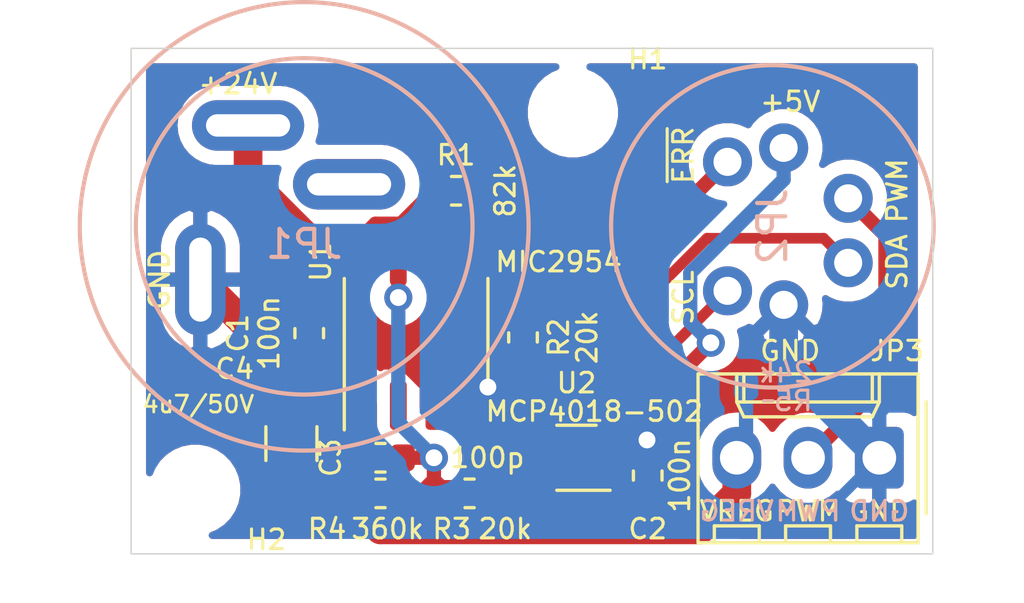
<source format=kicad_pcb>
(kicad_pcb (version 20171130) (host pcbnew 5.1.8-db9833491~87~ubuntu20.04.1)

  (general
    (thickness 1.6)
    (drawings 18)
    (tracks 94)
    (zones 0)
    (modules 16)
    (nets 11)
  )

  (page A4)
  (layers
    (0 F.Cu signal)
    (31 B.Cu signal)
    (32 B.Adhes user)
    (33 F.Adhes user)
    (34 B.Paste user)
    (35 F.Paste user)
    (36 B.SilkS user)
    (37 F.SilkS user)
    (38 B.Mask user)
    (39 F.Mask user)
    (40 Dwgs.User user)
    (41 Cmts.User user)
    (42 Eco1.User user)
    (43 Eco2.User user)
    (44 Edge.Cuts user)
    (45 Margin user)
    (46 B.CrtYd user)
    (47 F.CrtYd user)
    (48 B.Fab user hide)
    (49 F.Fab user)
  )

  (setup
    (last_trace_width 0.508)
    (user_trace_width 0.381)
    (user_trace_width 0.508)
    (user_trace_width 0.762)
    (user_trace_width 1.024)
    (trace_clearance 0.2)
    (zone_clearance 0.508)
    (zone_45_only no)
    (trace_min 0.2)
    (via_size 0.8)
    (via_drill 0.4)
    (via_min_size 0.4)
    (via_min_drill 0.3)
    (user_via 1 0.6)
    (uvia_size 0.3)
    (uvia_drill 0.1)
    (uvias_allowed no)
    (uvia_min_size 0.2)
    (uvia_min_drill 0.1)
    (edge_width 0.05)
    (segment_width 0.2)
    (pcb_text_width 0.3)
    (pcb_text_size 1.5 1.5)
    (mod_edge_width 0.12)
    (mod_text_size 1 1)
    (mod_text_width 0.15)
    (pad_size 1.524 1.524)
    (pad_drill 0.762)
    (pad_to_mask_clearance 0)
    (aux_axis_origin 0 0)
    (visible_elements FFFFFF7F)
    (pcbplotparams
      (layerselection 0x010fc_ffffffff)
      (usegerberextensions true)
      (usegerberattributes false)
      (usegerberadvancedattributes true)
      (creategerberjobfile false)
      (excludeedgelayer true)
      (linewidth 0.100000)
      (plotframeref false)
      (viasonmask false)
      (mode 1)
      (useauxorigin false)
      (hpglpennumber 1)
      (hpglpenspeed 20)
      (hpglpendiameter 15.000000)
      (psnegative false)
      (psa4output false)
      (plotreference true)
      (plotvalue true)
      (plotinvisibletext false)
      (padsonsilk false)
      (subtractmaskfromsilk false)
      (outputformat 1)
      (mirror false)
      (drillshape 0)
      (scaleselection 1)
      (outputdirectory "boards/"))
  )

  (net 0 "")
  (net 1 GND)
  (net 2 +24V)
  (net 3 +5V)
  (net 4 /VREGOUT)
  (net 5 "Net-(C3-Pad2)")
  (net 6 /SDA)
  (net 7 /PWM)
  (net 8 /SCL)
  (net 9 /~ERR)
  (net 10 "Net-(R3-Pad2)")

  (net_class Default "This is the default net class."
    (clearance 0.2)
    (trace_width 0.25)
    (via_dia 0.8)
    (via_drill 0.4)
    (uvia_dia 0.3)
    (uvia_drill 0.1)
    (add_net +24V)
    (add_net +5V)
    (add_net /PWM)
    (add_net /SCL)
    (add_net /SDA)
    (add_net /VREGOUT)
    (add_net /~ERR)
    (add_net GND)
    (add_net "Net-(C3-Pad2)")
    (add_net "Net-(R3-Pad2)")
  )

  (module Connector_Molex:Molex_KK-254_AE-6410-03A_1x03_P2.54mm_Vertical (layer F.Cu) (tedit 5B78013E) (tstamp 5FAE0644)
    (at 143.51 102.235 180)
    (descr "Molex KK-254 Interconnect System, old/engineering part number: AE-6410-03A example for new part number: 22-27-2031, 3 Pins (http://www.molex.com/pdm_docs/sd/022272021_sd.pdf), generated with kicad-footprint-generator")
    (tags "connector Molex KK-254 side entry")
    (path /5FB13D6B)
    (fp_text reference JP3 (at -0.635 3.81 180) (layer F.SilkS)
      (effects (font (size 0.7 0.7) (thickness 0.11)))
    )
    (fp_text value Conn_01x03_Female (at 2.54 4.08 180) (layer F.Fab)
      (effects (font (size 1 1) (thickness 0.15)))
    )
    (fp_text user %R (at 2.54 -2.22 180) (layer F.Fab)
      (effects (font (size 1 1) (thickness 0.15)))
    )
    (fp_line (start -1.27 -2.92) (end -1.27 2.88) (layer F.Fab) (width 0.1))
    (fp_line (start -1.27 2.88) (end 6.35 2.88) (layer F.Fab) (width 0.1))
    (fp_line (start 6.35 2.88) (end 6.35 -2.92) (layer F.Fab) (width 0.1))
    (fp_line (start 6.35 -2.92) (end -1.27 -2.92) (layer F.Fab) (width 0.1))
    (fp_line (start -1.38 -3.03) (end -1.38 2.99) (layer F.SilkS) (width 0.12))
    (fp_line (start -1.38 2.99) (end 6.46 2.99) (layer F.SilkS) (width 0.12))
    (fp_line (start 6.46 2.99) (end 6.46 -3.03) (layer F.SilkS) (width 0.12))
    (fp_line (start 6.46 -3.03) (end -1.38 -3.03) (layer F.SilkS) (width 0.12))
    (fp_line (start -1.67 -2) (end -1.67 2) (layer F.SilkS) (width 0.12))
    (fp_line (start -1.27 -0.5) (end -0.562893 0) (layer F.Fab) (width 0.1))
    (fp_line (start -0.562893 0) (end -1.27 0.5) (layer F.Fab) (width 0.1))
    (fp_line (start 0 2.99) (end 0 1.99) (layer F.SilkS) (width 0.12))
    (fp_line (start 0 1.99) (end 5.08 1.99) (layer F.SilkS) (width 0.12))
    (fp_line (start 5.08 1.99) (end 5.08 2.99) (layer F.SilkS) (width 0.12))
    (fp_line (start 0 1.99) (end 0.25 1.46) (layer F.SilkS) (width 0.12))
    (fp_line (start 0.25 1.46) (end 4.83 1.46) (layer F.SilkS) (width 0.12))
    (fp_line (start 4.83 1.46) (end 5.08 1.99) (layer F.SilkS) (width 0.12))
    (fp_line (start 0.25 2.99) (end 0.25 1.99) (layer F.SilkS) (width 0.12))
    (fp_line (start 4.83 2.99) (end 4.83 1.99) (layer F.SilkS) (width 0.12))
    (fp_line (start -0.8 -3.03) (end -0.8 -2.43) (layer F.SilkS) (width 0.12))
    (fp_line (start -0.8 -2.43) (end 0.8 -2.43) (layer F.SilkS) (width 0.12))
    (fp_line (start 0.8 -2.43) (end 0.8 -3.03) (layer F.SilkS) (width 0.12))
    (fp_line (start 1.74 -3.03) (end 1.74 -2.43) (layer F.SilkS) (width 0.12))
    (fp_line (start 1.74 -2.43) (end 3.34 -2.43) (layer F.SilkS) (width 0.12))
    (fp_line (start 3.34 -2.43) (end 3.34 -3.03) (layer F.SilkS) (width 0.12))
    (fp_line (start 4.28 -3.03) (end 4.28 -2.43) (layer F.SilkS) (width 0.12))
    (fp_line (start 4.28 -2.43) (end 5.88 -2.43) (layer F.SilkS) (width 0.12))
    (fp_line (start 5.88 -2.43) (end 5.88 -3.03) (layer F.SilkS) (width 0.12))
    (fp_line (start -1.77 -3.42) (end -1.77 3.38) (layer F.CrtYd) (width 0.05))
    (fp_line (start -1.77 3.38) (end 6.85 3.38) (layer F.CrtYd) (width 0.05))
    (fp_line (start 6.85 3.38) (end 6.85 -3.42) (layer F.CrtYd) (width 0.05))
    (fp_line (start 6.85 -3.42) (end -1.77 -3.42) (layer F.CrtYd) (width 0.05))
    (pad 3 thru_hole oval (at 5.08 0 180) (size 1.74 2.2) (drill 1.2) (layers *.Cu *.Mask)
      (net 4 /VREGOUT))
    (pad 2 thru_hole oval (at 2.54 0 180) (size 1.74 2.2) (drill 1.2) (layers *.Cu *.Mask)
      (net 7 /PWM))
    (pad 1 thru_hole roundrect (at 0 0 180) (size 1.74 2.2) (drill 1.2) (layers *.Cu *.Mask) (roundrect_rratio 0.143678)
      (net 1 GND))
    (model ${KISYS3DMOD}/Connector_Molex.3dshapes/Molex_KK-254_AE-6410-03A_1x03_P2.54mm_Vertical.wrl
      (at (xyz 0 0 0))
      (scale (xyz 1 1 1))
      (rotate (xyz 0 0 0))
    )
  )

  (module MountingHole:MountingHole_2.2mm_M2 (layer F.Cu) (tedit 56D1B4CB) (tstamp 5FBD4875)
    (at 119.126 103.378)
    (descr "Mounting Hole 2.2mm, no annular, M2")
    (tags "mounting hole 2.2mm no annular m2")
    (path /5FBE16DC)
    (attr virtual)
    (fp_text reference H2 (at 2.54 1.778) (layer F.SilkS)
      (effects (font (size 0.7 0.7) (thickness 0.11)))
    )
    (fp_text value "M2 Mounting Hole" (at 0 3.2) (layer F.Fab)
      (effects (font (size 1 1) (thickness 0.15)))
    )
    (fp_circle (center 0 0) (end 2.45 0) (layer F.CrtYd) (width 0.05))
    (fp_circle (center 0 0) (end 2.2 0) (layer Cmts.User) (width 0.15))
    (fp_text user %R (at 0.3 0) (layer F.Fab)
      (effects (font (size 1 1) (thickness 0.15)))
    )
    (pad 1 np_thru_hole circle (at 0 0) (size 2.2 2.2) (drill 2.2) (layers *.Cu *.Mask))
  )

  (module MountingHole:MountingHole_2.2mm_M2 (layer F.Cu) (tedit 56D1B4CB) (tstamp 5FBD4AFF)
    (at 132.588 89.916)
    (descr "Mounting Hole 2.2mm, no annular, M2")
    (tags "mounting hole 2.2mm no annular m2")
    (path /5FBE101C)
    (attr virtual)
    (fp_text reference H1 (at 2.667 -1.905) (layer F.SilkS)
      (effects (font (size 0.7 0.7) (thickness 0.11)))
    )
    (fp_text value "M2 Mounting Hole" (at 0 3.2) (layer F.Fab)
      (effects (font (size 1 1) (thickness 0.15)))
    )
    (fp_circle (center 0 0) (end 2.45 0) (layer F.CrtYd) (width 0.05))
    (fp_circle (center 0 0) (end 2.2 0) (layer Cmts.User) (width 0.15))
    (fp_text user %R (at 0.3 0) (layer F.Fab)
      (effects (font (size 1 1) (thickness 0.15)))
    )
    (pad 1 np_thru_hole circle (at 0 0) (size 2.2 2.2) (drill 2.2) (layers *.Cu *.Mask))
  )

  (module Resistor_SMD:R_0603_1608Metric (layer B.Cu) (tedit 5B301BBD) (tstamp 5FBD3C94)
    (at 139.5475 99.695)
    (descr "Resistor SMD 0603 (1608 Metric), square (rectangular) end terminal, IPC_7351 nominal, (Body size source: http://www.tortai-tech.com/upload/download/2011102023233369053.pdf), generated with kicad-footprint-generator")
    (tags resistor)
    (path /5FBD72C9)
    (attr smd)
    (fp_text reference R5 (at 1.651 0.508 180) (layer B.SilkS)
      (effects (font (size 0.7 0.7) (thickness 0.11)) (justify left mirror))
    )
    (fp_text value 24k (at 1.651 -0.508 180) (layer B.SilkS)
      (effects (font (size 0.7 0.7) (thickness 0.11)) (justify left mirror))
    )
    (fp_line (start 1.48 -0.73) (end -1.48 -0.73) (layer B.CrtYd) (width 0.05))
    (fp_line (start 1.48 0.73) (end 1.48 -0.73) (layer B.CrtYd) (width 0.05))
    (fp_line (start -1.48 0.73) (end 1.48 0.73) (layer B.CrtYd) (width 0.05))
    (fp_line (start -1.48 -0.73) (end -1.48 0.73) (layer B.CrtYd) (width 0.05))
    (fp_line (start -0.162779 -0.51) (end 0.162779 -0.51) (layer B.SilkS) (width 0.12))
    (fp_line (start -0.162779 0.51) (end 0.162779 0.51) (layer B.SilkS) (width 0.12))
    (fp_line (start 0.8 -0.4) (end -0.8 -0.4) (layer B.Fab) (width 0.1))
    (fp_line (start 0.8 0.4) (end 0.8 -0.4) (layer B.Fab) (width 0.1))
    (fp_line (start -0.8 0.4) (end 0.8 0.4) (layer B.Fab) (width 0.1))
    (fp_line (start -0.8 -0.4) (end -0.8 0.4) (layer B.Fab) (width 0.1))
    (fp_text user %R (at 0 0 180) (layer B.Fab)
      (effects (font (size 0.4 0.4) (thickness 0.06)) (justify mirror))
    )
    (pad 2 smd roundrect (at 0.7875 0) (size 0.875 0.95) (layers B.Cu B.Paste B.Mask) (roundrect_rratio 0.25)
      (net 1 GND))
    (pad 1 smd roundrect (at -0.7875 0) (size 0.875 0.95) (layers B.Cu B.Paste B.Mask) (roundrect_rratio 0.25)
      (net 4 /VREGOUT))
    (model ${KISYS3DMOD}/Resistor_SMD.3dshapes/R_0603_1608Metric.wrl
      (at (xyz 0 0 0))
      (scale (xyz 1 1 1))
      (rotate (xyz 0 0 0))
    )
  )

  (module jakub:MiniDIN6way (layer B.Cu) (tedit 5FADAE41) (tstamp 5FAE1C80)
    (at 139.7 93.98 270)
    (descr "PSG01567 PS/2 mini DIN 6 connector")
    (path /5FAF9EF5)
    (fp_text reference JP2 (at 0 0 90) (layer B.SilkS)
      (effects (font (size 1 1) (thickness 0.15)) (justify mirror))
    )
    (fp_text value Mini-DIN-6 (at 0 -3.556 90) (layer B.Fab)
      (effects (font (size 1 1) (thickness 0.15)) (justify mirror))
    )
    (fp_circle (center 0 0) (end 5.75 0) (layer B.SilkS) (width 0.15))
    (pad 1 thru_hole circle (at 1.3 -2.7 270) (size 1.75 1.75) (drill 1) (layers *.Cu *.Mask)
      (net 6 /SDA))
    (pad 2 thru_hole circle (at -1 -2.7 270) (size 1.75 1.75) (drill 1) (layers *.Cu *.Mask)
      (net 7 /PWM))
    (pad 3 thru_hole circle (at 2.8 -0.4 270) (size 1.75 1.75) (drill 1) (layers *.Cu *.Mask)
      (net 1 GND))
    (pad 4 thru_hole circle (at -2.8 -0.4 270) (size 1.75 1.75) (drill 1) (layers *.Cu *.Mask)
      (net 3 +5V))
    (pad 5 thru_hole circle (at 2.3 1.6 270) (size 1.75 1.75) (drill 1) (layers *.Cu *.Mask)
      (net 8 /SCL))
    (pad 6 thru_hole circle (at -2.3 1.6 270) (size 1.75 1.75) (drill 1) (layers *.Cu *.Mask)
      (net 9 /~ERR))
  )

  (module Capacitor_SMD:C_0603_1608Metric (layer F.Cu) (tedit 5B301BBE) (tstamp 5FAE1505)
    (at 123.19 97.79 270)
    (descr "Capacitor SMD 0603 (1608 Metric), square (rectangular) end terminal, IPC_7351 nominal, (Body size source: http://www.tortai-tech.com/upload/download/2011102023233369053.pdf), generated with kicad-footprint-generator")
    (tags capacitor)
    (path /5FAE4204)
    (attr smd)
    (fp_text reference C1 (at 0 2.54 90) (layer F.SilkS)
      (effects (font (size 0.7 0.7) (thickness 0.11)))
    )
    (fp_text value 100n (at 0 1.43 90) (layer F.SilkS)
      (effects (font (size 0.7 0.7) (thickness 0.11)))
    )
    (fp_line (start -0.8 0.4) (end -0.8 -0.4) (layer F.Fab) (width 0.1))
    (fp_line (start -0.8 -0.4) (end 0.8 -0.4) (layer F.Fab) (width 0.1))
    (fp_line (start 0.8 -0.4) (end 0.8 0.4) (layer F.Fab) (width 0.1))
    (fp_line (start 0.8 0.4) (end -0.8 0.4) (layer F.Fab) (width 0.1))
    (fp_line (start -0.162779 -0.51) (end 0.162779 -0.51) (layer F.SilkS) (width 0.12))
    (fp_line (start -0.162779 0.51) (end 0.162779 0.51) (layer F.SilkS) (width 0.12))
    (fp_line (start -1.48 0.73) (end -1.48 -0.73) (layer F.CrtYd) (width 0.05))
    (fp_line (start -1.48 -0.73) (end 1.48 -0.73) (layer F.CrtYd) (width 0.05))
    (fp_line (start 1.48 -0.73) (end 1.48 0.73) (layer F.CrtYd) (width 0.05))
    (fp_line (start 1.48 0.73) (end -1.48 0.73) (layer F.CrtYd) (width 0.05))
    (fp_text user %R (at 0 0 90) (layer F.Fab)
      (effects (font (size 0.4 0.4) (thickness 0.06)))
    )
    (pad 2 smd roundrect (at 0.7875 0 270) (size 0.875 0.95) (layers F.Cu F.Paste F.Mask) (roundrect_rratio 0.25)
      (net 1 GND))
    (pad 1 smd roundrect (at -0.7875 0 270) (size 0.875 0.95) (layers F.Cu F.Paste F.Mask) (roundrect_rratio 0.25)
      (net 2 +24V))
    (model ${KISYS3DMOD}/Capacitor_SMD.3dshapes/C_0603_1608Metric.wrl
      (at (xyz 0 0 0))
      (scale (xyz 1 1 1))
      (rotate (xyz 0 0 0))
    )
  )

  (module Capacitor_SMD:C_0603_1608Metric (layer F.Cu) (tedit 5B301BBE) (tstamp 5FAE05F7)
    (at 135.255 102.87 90)
    (descr "Capacitor SMD 0603 (1608 Metric), square (rectangular) end terminal, IPC_7351 nominal, (Body size source: http://www.tortai-tech.com/upload/download/2011102023233369053.pdf), generated with kicad-footprint-generator")
    (tags capacitor)
    (path /5FAF231F)
    (attr smd)
    (fp_text reference C2 (at -1.905 0 180) (layer F.SilkS)
      (effects (font (size 0.7 0.7) (thickness 0.11)))
    )
    (fp_text value 100n (at 0 1.143 90) (layer F.SilkS)
      (effects (font (size 0.7 0.7) (thickness 0.11)))
    )
    (fp_line (start -0.8 0.4) (end -0.8 -0.4) (layer F.Fab) (width 0.1))
    (fp_line (start -0.8 -0.4) (end 0.8 -0.4) (layer F.Fab) (width 0.1))
    (fp_line (start 0.8 -0.4) (end 0.8 0.4) (layer F.Fab) (width 0.1))
    (fp_line (start 0.8 0.4) (end -0.8 0.4) (layer F.Fab) (width 0.1))
    (fp_line (start -0.162779 -0.51) (end 0.162779 -0.51) (layer F.SilkS) (width 0.12))
    (fp_line (start -0.162779 0.51) (end 0.162779 0.51) (layer F.SilkS) (width 0.12))
    (fp_line (start -1.48 0.73) (end -1.48 -0.73) (layer F.CrtYd) (width 0.05))
    (fp_line (start -1.48 -0.73) (end 1.48 -0.73) (layer F.CrtYd) (width 0.05))
    (fp_line (start 1.48 -0.73) (end 1.48 0.73) (layer F.CrtYd) (width 0.05))
    (fp_line (start 1.48 0.73) (end -1.48 0.73) (layer F.CrtYd) (width 0.05))
    (fp_text user %R (at 0 0 90) (layer F.Fab)
      (effects (font (size 0.4 0.4) (thickness 0.06)))
    )
    (pad 2 smd roundrect (at 0.7875 0 90) (size 0.875 0.95) (layers F.Cu F.Paste F.Mask) (roundrect_rratio 0.25)
      (net 1 GND))
    (pad 1 smd roundrect (at -0.7875 0 90) (size 0.875 0.95) (layers F.Cu F.Paste F.Mask) (roundrect_rratio 0.25)
      (net 3 +5V))
    (model ${KISYS3DMOD}/Capacitor_SMD.3dshapes/C_0603_1608Metric.wrl
      (at (xyz 0 0 0))
      (scale (xyz 1 1 1))
      (rotate (xyz 0 0 0))
    )
  )

  (module Capacitor_SMD:C_0603_1608Metric (layer F.Cu) (tedit 5B301BBE) (tstamp 5FAE0608)
    (at 125.73 102.235)
    (descr "Capacitor SMD 0603 (1608 Metric), square (rectangular) end terminal, IPC_7351 nominal, (Body size source: http://www.tortai-tech.com/upload/download/2011102023233369053.pdf), generated with kicad-footprint-generator")
    (tags capacitor)
    (path /5FAE1374)
    (attr smd)
    (fp_text reference C3 (at -1.778 0 90) (layer F.SilkS)
      (effects (font (size 0.7 0.7) (thickness 0.11)))
    )
    (fp_text value 100p (at 3.81 0) (layer F.SilkS)
      (effects (font (size 0.7 0.7) (thickness 0.11)))
    )
    (fp_line (start 1.48 0.73) (end -1.48 0.73) (layer F.CrtYd) (width 0.05))
    (fp_line (start 1.48 -0.73) (end 1.48 0.73) (layer F.CrtYd) (width 0.05))
    (fp_line (start -1.48 -0.73) (end 1.48 -0.73) (layer F.CrtYd) (width 0.05))
    (fp_line (start -1.48 0.73) (end -1.48 -0.73) (layer F.CrtYd) (width 0.05))
    (fp_line (start -0.162779 0.51) (end 0.162779 0.51) (layer F.SilkS) (width 0.12))
    (fp_line (start -0.162779 -0.51) (end 0.162779 -0.51) (layer F.SilkS) (width 0.12))
    (fp_line (start 0.8 0.4) (end -0.8 0.4) (layer F.Fab) (width 0.1))
    (fp_line (start 0.8 -0.4) (end 0.8 0.4) (layer F.Fab) (width 0.1))
    (fp_line (start -0.8 -0.4) (end 0.8 -0.4) (layer F.Fab) (width 0.1))
    (fp_line (start -0.8 0.4) (end -0.8 -0.4) (layer F.Fab) (width 0.1))
    (fp_text user %R (at 0 0) (layer F.Fab)
      (effects (font (size 0.4 0.4) (thickness 0.06)))
    )
    (pad 1 smd roundrect (at -0.7875 0) (size 0.875 0.95) (layers F.Cu F.Paste F.Mask) (roundrect_rratio 0.25)
      (net 4 /VREGOUT))
    (pad 2 smd roundrect (at 0.7875 0) (size 0.875 0.95) (layers F.Cu F.Paste F.Mask) (roundrect_rratio 0.25)
      (net 5 "Net-(C3-Pad2)"))
    (model ${KISYS3DMOD}/Capacitor_SMD.3dshapes/C_0603_1608Metric.wrl
      (at (xyz 0 0 0))
      (scale (xyz 1 1 1))
      (rotate (xyz 0 0 0))
    )
  )

  (module Capacitor_SMD:C_1206_3216Metric (layer F.Cu) (tedit 5B301BBE) (tstamp 5FBD4A58)
    (at 122.555 101.73 90)
    (descr "Capacitor SMD 1206 (3216 Metric), square (rectangular) end terminal, IPC_7351 nominal, (Body size source: http://www.tortai-tech.com/upload/download/2011102023233369053.pdf), generated with kicad-footprint-generator")
    (tags capacitor)
    (path /5FAE5F25)
    (attr smd)
    (fp_text reference C4 (at 2.67 -1.27 180) (layer F.SilkS)
      (effects (font (size 0.7 0.7) (thickness 0.11)) (justify right))
    )
    (fp_text value 4u7/50V (at 1.4 -1.27 180) (layer F.SilkS)
      (effects (font (size 0.6 0.6) (thickness 0.1)) (justify right))
    )
    (fp_line (start 2.28 1.12) (end -2.28 1.12) (layer F.CrtYd) (width 0.05))
    (fp_line (start 2.28 -1.12) (end 2.28 1.12) (layer F.CrtYd) (width 0.05))
    (fp_line (start -2.28 -1.12) (end 2.28 -1.12) (layer F.CrtYd) (width 0.05))
    (fp_line (start -2.28 1.12) (end -2.28 -1.12) (layer F.CrtYd) (width 0.05))
    (fp_line (start -0.602064 0.91) (end 0.602064 0.91) (layer F.SilkS) (width 0.12))
    (fp_line (start -0.602064 -0.91) (end 0.602064 -0.91) (layer F.SilkS) (width 0.12))
    (fp_line (start 1.6 0.8) (end -1.6 0.8) (layer F.Fab) (width 0.1))
    (fp_line (start 1.6 -0.8) (end 1.6 0.8) (layer F.Fab) (width 0.1))
    (fp_line (start -1.6 -0.8) (end 1.6 -0.8) (layer F.Fab) (width 0.1))
    (fp_line (start -1.6 0.8) (end -1.6 -0.8) (layer F.Fab) (width 0.1))
    (fp_text user %R (at 0 0 90) (layer F.Fab)
      (effects (font (size 0.8 0.8) (thickness 0.12)))
    )
    (pad 1 smd roundrect (at -1.4 0 90) (size 1.25 1.75) (layers F.Cu F.Paste F.Mask) (roundrect_rratio 0.2)
      (net 4 /VREGOUT))
    (pad 2 smd roundrect (at 1.4 0 90) (size 1.25 1.75) (layers F.Cu F.Paste F.Mask) (roundrect_rratio 0.2)
      (net 1 GND))
    (model ${KISYS3DMOD}/Capacitor_SMD.3dshapes/C_1206_3216Metric.wrl
      (at (xyz 0 0 0))
      (scale (xyz 1 1 1))
      (rotate (xyz 0 0 0))
    )
  )

  (module jakub:2.1mmBarrelJackTop (layer B.Cu) (tedit 5FADB09B) (tstamp 5FAE18D9)
    (at 123.010001 93.98)
    (descr "FC681473 Panel mount DC jack")
    (path /5FB11308)
    (fp_text reference JP1 (at 0 0.635) (layer B.SilkS)
      (effects (font (size 1 1) (thickness 0.15)) (justify mirror))
    )
    (fp_text value Barrel_Jack_Switch_Pin3Ring (at 0 -3.81) (layer B.Fab)
      (effects (font (size 1 1) (thickness 0.15)) (justify mirror))
    )
    (fp_circle (center 0 0) (end 8 0) (layer B.SilkS) (width 0.15))
    (fp_circle (center 0 0) (end 6 0) (layer B.SilkS) (width 0.15))
    (pad 1 thru_hole oval (at -2 -3.6) (size 4 1.8) (drill oval 3 0.8) (layers *.Cu *.Mask)
      (net 2 +24V))
    (pad 2 thru_hole oval (at 1.6 -1.5) (size 4 1.8) (drill oval 3 0.8) (layers *.Cu *.Mask))
    (pad 3 thru_hole oval (at -3.7 1.9) (size 1.8 4) (drill oval 0.8 3) (layers *.Cu *.Mask)
      (net 1 GND))
  )

  (module Resistor_SMD:R_0603_1608Metric (layer F.Cu) (tedit 5B301BBD) (tstamp 5FAE0655)
    (at 128.4225 92.71)
    (descr "Resistor SMD 0603 (1608 Metric), square (rectangular) end terminal, IPC_7351 nominal, (Body size source: http://www.tortai-tech.com/upload/download/2011102023233369053.pdf), generated with kicad-footprint-generator")
    (tags resistor)
    (path /5FB28AA5)
    (attr smd)
    (fp_text reference R1 (at 0 -1.27) (layer F.SilkS)
      (effects (font (size 0.7 0.7) (thickness 0.11)))
    )
    (fp_text value 82k (at 1.7525 0 90) (layer F.SilkS)
      (effects (font (size 0.7 0.7) (thickness 0.11)))
    )
    (fp_line (start 1.48 0.73) (end -1.48 0.73) (layer F.CrtYd) (width 0.05))
    (fp_line (start 1.48 -0.73) (end 1.48 0.73) (layer F.CrtYd) (width 0.05))
    (fp_line (start -1.48 -0.73) (end 1.48 -0.73) (layer F.CrtYd) (width 0.05))
    (fp_line (start -1.48 0.73) (end -1.48 -0.73) (layer F.CrtYd) (width 0.05))
    (fp_line (start -0.162779 0.51) (end 0.162779 0.51) (layer F.SilkS) (width 0.12))
    (fp_line (start -0.162779 -0.51) (end 0.162779 -0.51) (layer F.SilkS) (width 0.12))
    (fp_line (start 0.8 0.4) (end -0.8 0.4) (layer F.Fab) (width 0.1))
    (fp_line (start 0.8 -0.4) (end 0.8 0.4) (layer F.Fab) (width 0.1))
    (fp_line (start -0.8 -0.4) (end 0.8 -0.4) (layer F.Fab) (width 0.1))
    (fp_line (start -0.8 0.4) (end -0.8 -0.4) (layer F.Fab) (width 0.1))
    (fp_text user %R (at 0 0) (layer F.Fab)
      (effects (font (size 0.4 0.4) (thickness 0.06)))
    )
    (pad 1 smd roundrect (at -0.7875 0) (size 0.875 0.95) (layers F.Cu F.Paste F.Mask) (roundrect_rratio 0.25)
      (net 2 +24V))
    (pad 2 smd roundrect (at 0.7875 0) (size 0.875 0.95) (layers F.Cu F.Paste F.Mask) (roundrect_rratio 0.25)
      (net 9 /~ERR))
    (model ${KISYS3DMOD}/Resistor_SMD.3dshapes/R_0603_1608Metric.wrl
      (at (xyz 0 0 0))
      (scale (xyz 1 1 1))
      (rotate (xyz 0 0 0))
    )
  )

  (module Resistor_SMD:R_0603_1608Metric (layer F.Cu) (tedit 5B301BBD) (tstamp 5FAE0C37)
    (at 130.81 97.9425 270)
    (descr "Resistor SMD 0603 (1608 Metric), square (rectangular) end terminal, IPC_7351 nominal, (Body size source: http://www.tortai-tech.com/upload/download/2011102023233369053.pdf), generated with kicad-footprint-generator")
    (tags resistor)
    (path /5FB2D53E)
    (attr smd)
    (fp_text reference R2 (at 0 -1.27 270) (layer F.SilkS)
      (effects (font (size 0.7 0.7) (thickness 0.11)))
    )
    (fp_text value 20k (at 0 -2.286 90) (layer F.SilkS)
      (effects (font (size 0.7 0.7) (thickness 0.11)))
    )
    (fp_line (start -0.8 0.4) (end -0.8 -0.4) (layer F.Fab) (width 0.1))
    (fp_line (start -0.8 -0.4) (end 0.8 -0.4) (layer F.Fab) (width 0.1))
    (fp_line (start 0.8 -0.4) (end 0.8 0.4) (layer F.Fab) (width 0.1))
    (fp_line (start 0.8 0.4) (end -0.8 0.4) (layer F.Fab) (width 0.1))
    (fp_line (start -0.162779 -0.51) (end 0.162779 -0.51) (layer F.SilkS) (width 0.12))
    (fp_line (start -0.162779 0.51) (end 0.162779 0.51) (layer F.SilkS) (width 0.12))
    (fp_line (start -1.48 0.73) (end -1.48 -0.73) (layer F.CrtYd) (width 0.05))
    (fp_line (start -1.48 -0.73) (end 1.48 -0.73) (layer F.CrtYd) (width 0.05))
    (fp_line (start 1.48 -0.73) (end 1.48 0.73) (layer F.CrtYd) (width 0.05))
    (fp_line (start 1.48 0.73) (end -1.48 0.73) (layer F.CrtYd) (width 0.05))
    (fp_text user %R (at 0 0 90) (layer F.Fab)
      (effects (font (size 0.4 0.4) (thickness 0.06)))
    )
    (pad 2 smd roundrect (at 0.7875 0 270) (size 0.875 0.95) (layers F.Cu F.Paste F.Mask) (roundrect_rratio 0.25)
      (net 1 GND))
    (pad 1 smd roundrect (at -0.7875 0 270) (size 0.875 0.95) (layers F.Cu F.Paste F.Mask) (roundrect_rratio 0.25)
      (net 9 /~ERR))
    (model ${KISYS3DMOD}/Resistor_SMD.3dshapes/R_0603_1608Metric.wrl
      (at (xyz 0 0 0))
      (scale (xyz 1 1 1))
      (rotate (xyz 0 0 0))
    )
  )

  (module Resistor_SMD:R_0603_1608Metric (layer F.Cu) (tedit 5B301BBD) (tstamp 5FAE0677)
    (at 128.905 103.505)
    (descr "Resistor SMD 0603 (1608 Metric), square (rectangular) end terminal, IPC_7351 nominal, (Body size source: http://www.tortai-tech.com/upload/download/2011102023233369053.pdf), generated with kicad-footprint-generator")
    (tags resistor)
    (path /5FAE331A)
    (attr smd)
    (fp_text reference R3 (at -0.635 1.27) (layer F.SilkS)
      (effects (font (size 0.7 0.7) (thickness 0.11)))
    )
    (fp_text value 20k (at 1.27 1.27) (layer F.SilkS)
      (effects (font (size 0.7 0.7) (thickness 0.11)))
    )
    (fp_line (start -0.8 0.4) (end -0.8 -0.4) (layer F.Fab) (width 0.1))
    (fp_line (start -0.8 -0.4) (end 0.8 -0.4) (layer F.Fab) (width 0.1))
    (fp_line (start 0.8 -0.4) (end 0.8 0.4) (layer F.Fab) (width 0.1))
    (fp_line (start 0.8 0.4) (end -0.8 0.4) (layer F.Fab) (width 0.1))
    (fp_line (start -0.162779 -0.51) (end 0.162779 -0.51) (layer F.SilkS) (width 0.12))
    (fp_line (start -0.162779 0.51) (end 0.162779 0.51) (layer F.SilkS) (width 0.12))
    (fp_line (start -1.48 0.73) (end -1.48 -0.73) (layer F.CrtYd) (width 0.05))
    (fp_line (start -1.48 -0.73) (end 1.48 -0.73) (layer F.CrtYd) (width 0.05))
    (fp_line (start 1.48 -0.73) (end 1.48 0.73) (layer F.CrtYd) (width 0.05))
    (fp_line (start 1.48 0.73) (end -1.48 0.73) (layer F.CrtYd) (width 0.05))
    (fp_text user %R (at 0 0) (layer F.Fab)
      (effects (font (size 0.4 0.4) (thickness 0.06)))
    )
    (pad 2 smd roundrect (at 0.7875 0) (size 0.875 0.95) (layers F.Cu F.Paste F.Mask) (roundrect_rratio 0.25)
      (net 10 "Net-(R3-Pad2)"))
    (pad 1 smd roundrect (at -0.7875 0) (size 0.875 0.95) (layers F.Cu F.Paste F.Mask) (roundrect_rratio 0.25)
      (net 5 "Net-(C3-Pad2)"))
    (model ${KISYS3DMOD}/Resistor_SMD.3dshapes/R_0603_1608Metric.wrl
      (at (xyz 0 0 0))
      (scale (xyz 1 1 1))
      (rotate (xyz 0 0 0))
    )
  )

  (module Resistor_SMD:R_0603_1608Metric (layer F.Cu) (tedit 5B301BBD) (tstamp 5FAE0688)
    (at 125.73 103.505)
    (descr "Resistor SMD 0603 (1608 Metric), square (rectangular) end terminal, IPC_7351 nominal, (Body size source: http://www.tortai-tech.com/upload/download/2011102023233369053.pdf), generated with kicad-footprint-generator")
    (tags resistor)
    (path /5FAE1ED0)
    (attr smd)
    (fp_text reference R4 (at -1.905 1.27) (layer F.SilkS)
      (effects (font (size 0.7 0.7) (thickness 0.11)))
    )
    (fp_text value 360k (at 0.254 1.27) (layer F.SilkS)
      (effects (font (size 0.7 0.7) (thickness 0.11)))
    )
    (fp_line (start 1.48 0.73) (end -1.48 0.73) (layer F.CrtYd) (width 0.05))
    (fp_line (start 1.48 -0.73) (end 1.48 0.73) (layer F.CrtYd) (width 0.05))
    (fp_line (start -1.48 -0.73) (end 1.48 -0.73) (layer F.CrtYd) (width 0.05))
    (fp_line (start -1.48 0.73) (end -1.48 -0.73) (layer F.CrtYd) (width 0.05))
    (fp_line (start -0.162779 0.51) (end 0.162779 0.51) (layer F.SilkS) (width 0.12))
    (fp_line (start -0.162779 -0.51) (end 0.162779 -0.51) (layer F.SilkS) (width 0.12))
    (fp_line (start 0.8 0.4) (end -0.8 0.4) (layer F.Fab) (width 0.1))
    (fp_line (start 0.8 -0.4) (end 0.8 0.4) (layer F.Fab) (width 0.1))
    (fp_line (start -0.8 -0.4) (end 0.8 -0.4) (layer F.Fab) (width 0.1))
    (fp_line (start -0.8 0.4) (end -0.8 -0.4) (layer F.Fab) (width 0.1))
    (fp_text user %R (at 0 0) (layer F.Fab)
      (effects (font (size 0.4 0.4) (thickness 0.06)))
    )
    (pad 1 smd roundrect (at -0.7875 0) (size 0.875 0.95) (layers F.Cu F.Paste F.Mask) (roundrect_rratio 0.25)
      (net 4 /VREGOUT))
    (pad 2 smd roundrect (at 0.7875 0) (size 0.875 0.95) (layers F.Cu F.Paste F.Mask) (roundrect_rratio 0.25)
      (net 5 "Net-(C3-Pad2)"))
    (model ${KISYS3DMOD}/Resistor_SMD.3dshapes/R_0603_1608Metric.wrl
      (at (xyz 0 0 0))
      (scale (xyz 1 1 1))
      (rotate (xyz 0 0 0))
    )
  )

  (module Package_SO:SO-8_3.9x4.9mm_P1.27mm (layer F.Cu) (tedit 5C509AD1) (tstamp 5FAE06A2)
    (at 127 97.79 90)
    (descr "SO, 8 Pin (https://www.nxp.com/docs/en/data-sheet/PCF8523.pdf), generated with kicad-footprint-generator ipc_gullwing_generator.py")
    (tags "SO SO")
    (path /5FADFE0B)
    (attr smd)
    (fp_text reference U1 (at 2.54 -3.4 90) (layer F.SilkS)
      (effects (font (size 0.7 0.7) (thickness 0.11)))
    )
    (fp_text value MIC2954 (at 2.54 5.08 180) (layer F.SilkS)
      (effects (font (size 0.7 0.7) (thickness 0.11)))
    )
    (fp_line (start 3.7 -2.7) (end -3.7 -2.7) (layer F.CrtYd) (width 0.05))
    (fp_line (start 3.7 2.7) (end 3.7 -2.7) (layer F.CrtYd) (width 0.05))
    (fp_line (start -3.7 2.7) (end 3.7 2.7) (layer F.CrtYd) (width 0.05))
    (fp_line (start -3.7 -2.7) (end -3.7 2.7) (layer F.CrtYd) (width 0.05))
    (fp_line (start -1.95 -1.475) (end -0.975 -2.45) (layer F.Fab) (width 0.1))
    (fp_line (start -1.95 2.45) (end -1.95 -1.475) (layer F.Fab) (width 0.1))
    (fp_line (start 1.95 2.45) (end -1.95 2.45) (layer F.Fab) (width 0.1))
    (fp_line (start 1.95 -2.45) (end 1.95 2.45) (layer F.Fab) (width 0.1))
    (fp_line (start -0.975 -2.45) (end 1.95 -2.45) (layer F.Fab) (width 0.1))
    (fp_line (start 0 -2.56) (end -3.45 -2.56) (layer F.SilkS) (width 0.12))
    (fp_line (start 0 -2.56) (end 1.95 -2.56) (layer F.SilkS) (width 0.12))
    (fp_line (start 0 2.56) (end -1.95 2.56) (layer F.SilkS) (width 0.12))
    (fp_line (start 0 2.56) (end 1.95 2.56) (layer F.SilkS) (width 0.12))
    (fp_text user %R (at 0 0 90) (layer F.Fab) hide
      (effects (font (size 0.98 0.98) (thickness 0.15)))
    )
    (pad 1 smd roundrect (at -2.575 -1.905 90) (size 1.75 0.6) (layers F.Cu F.Paste F.Mask) (roundrect_rratio 0.25)
      (net 4 /VREGOUT))
    (pad 2 smd roundrect (at -2.575 -0.635 90) (size 1.75 0.6) (layers F.Cu F.Paste F.Mask) (roundrect_rratio 0.25))
    (pad 3 smd roundrect (at -2.575 0.635 90) (size 1.75 0.6) (layers F.Cu F.Paste F.Mask) (roundrect_rratio 0.25)
      (net 1 GND))
    (pad 4 smd roundrect (at -2.575 1.905 90) (size 1.75 0.6) (layers F.Cu F.Paste F.Mask) (roundrect_rratio 0.25)
      (net 1 GND))
    (pad 5 smd roundrect (at 2.575 1.905 90) (size 1.75 0.6) (layers F.Cu F.Paste F.Mask) (roundrect_rratio 0.25)
      (net 9 /~ERR))
    (pad 6 smd roundrect (at 2.575 0.635 90) (size 1.75 0.6) (layers F.Cu F.Paste F.Mask) (roundrect_rratio 0.25))
    (pad 7 smd roundrect (at 2.575 -0.635 90) (size 1.75 0.6) (layers F.Cu F.Paste F.Mask) (roundrect_rratio 0.25)
      (net 5 "Net-(C3-Pad2)"))
    (pad 8 smd roundrect (at 2.575 -1.905 90) (size 1.75 0.6) (layers F.Cu F.Paste F.Mask) (roundrect_rratio 0.25)
      (net 2 +24V))
    (model ${KISYS3DMOD}/Package_SO.3dshapes/SOIC-8_3.9x4.9mm_P1.27mm.step
      (at (xyz 0 0 0))
      (scale (xyz 1 1 1))
      (rotate (xyz 0 0 0))
    )
  )

  (module Package_TO_SOT_SMD:SOT-363_SC-70-6 (layer F.Cu) (tedit 5A02FF57) (tstamp 5FAE06B8)
    (at 132.715 102.235 180)
    (descr "SOT-363, SC-70-6")
    (tags "SOT-363 SC-70-6")
    (path /5FB010B4)
    (attr smd)
    (fp_text reference U2 (at 0 2.667) (layer F.SilkS)
      (effects (font (size 0.7 0.7) (thickness 0.11)))
    )
    (fp_text value MCP4018-502 (at -0.635 1.651 180) (layer F.SilkS)
      (effects (font (size 0.7 0.7) (thickness 0.11)))
    )
    (fp_line (start -0.175 -1.1) (end -0.675 -0.6) (layer F.Fab) (width 0.1))
    (fp_line (start 0.675 1.1) (end -0.675 1.1) (layer F.Fab) (width 0.1))
    (fp_line (start 0.675 -1.1) (end 0.675 1.1) (layer F.Fab) (width 0.1))
    (fp_line (start -1.6 1.4) (end 1.6 1.4) (layer F.CrtYd) (width 0.05))
    (fp_line (start -0.675 -0.6) (end -0.675 1.1) (layer F.Fab) (width 0.1))
    (fp_line (start 0.675 -1.1) (end -0.175 -1.1) (layer F.Fab) (width 0.1))
    (fp_line (start -1.6 -1.4) (end 1.6 -1.4) (layer F.CrtYd) (width 0.05))
    (fp_line (start -1.6 -1.4) (end -1.6 1.4) (layer F.CrtYd) (width 0.05))
    (fp_line (start 1.6 1.4) (end 1.6 -1.4) (layer F.CrtYd) (width 0.05))
    (fp_line (start -0.7 1.16) (end 0.7 1.16) (layer F.SilkS) (width 0.12))
    (fp_line (start 0.7 -1.16) (end -1.2 -1.16) (layer F.SilkS) (width 0.12))
    (fp_text user %R (at 0 0 90) (layer F.Fab)
      (effects (font (size 0.5 0.5) (thickness 0.075)))
    )
    (pad 1 smd rect (at -0.95 -0.65 180) (size 0.65 0.4) (layers F.Cu F.Paste F.Mask)
      (net 3 +5V))
    (pad 3 smd rect (at -0.95 0.65 180) (size 0.65 0.4) (layers F.Cu F.Paste F.Mask)
      (net 8 /SCL))
    (pad 5 smd rect (at 0.95 0 180) (size 0.65 0.4) (layers F.Cu F.Paste F.Mask)
      (net 10 "Net-(R3-Pad2)"))
    (pad 2 smd rect (at -0.95 0 180) (size 0.65 0.4) (layers F.Cu F.Paste F.Mask)
      (net 1 GND))
    (pad 4 smd rect (at 0.95 0.65 180) (size 0.65 0.4) (layers F.Cu F.Paste F.Mask)
      (net 6 /SDA))
    (pad 6 smd rect (at 0.95 -0.65 180) (size 0.65 0.4) (layers F.Cu F.Paste F.Mask))
    (model ${KISYS3DMOD}/Package_TO_SOT_SMD.3dshapes/SOT-363_SC-70-6.wrl
      (at (xyz 0 0 0))
      (scale (xyz 1 1 1))
      (rotate (xyz 0 0 0))
    )
  )

  (gr_text VREG (at 138.43 104.14) (layer B.SilkS) (tstamp 5FC990F7)
    (effects (font (size 0.7 0.7) (thickness 0.11)) (justify mirror))
  )
  (gr_text PWM (at 140.97 104.14) (layer B.SilkS) (tstamp 5FC990F4)
    (effects (font (size 0.7 0.7) (thickness 0.11)) (justify mirror))
  )
  (gr_text GND (at 143.51 104.14) (layer B.SilkS) (tstamp 5FC990F1)
    (effects (font (size 0.7 0.7) (thickness 0.11)) (justify mirror))
  )
  (gr_line (start 145.415 87.63) (end 116.84 87.63) (layer Edge.Cuts) (width 0.05) (tstamp 5FAE1B6D))
  (gr_line (start 145.415 105.664) (end 145.415 87.63) (layer Edge.Cuts) (width 0.05))
  (gr_line (start 116.84 105.664) (end 145.415 105.664) (layer Edge.Cuts) (width 0.05))
  (gr_line (start 116.84 87.63) (end 116.84 105.664) (layer Edge.Cuts) (width 0.05))
  (gr_text ~ERR (at 136.525 91.44 90) (layer F.SilkS) (tstamp 5FAE1AF6)
    (effects (font (size 0.7 0.7) (thickness 0.11)))
  )
  (gr_text SCL (at 136.525 96.52 90) (layer F.SilkS) (tstamp 5FAE1AF2)
    (effects (font (size 0.7 0.7) (thickness 0.11)))
  )
  (gr_text GND (at 140.335 98.425) (layer F.SilkS) (tstamp 5FAE1AEA)
    (effects (font (size 0.7 0.7) (thickness 0.11)))
  )
  (gr_text SDA (at 144.145 95.25 90) (layer F.SilkS) (tstamp 5FAE1AE7)
    (effects (font (size 0.7 0.7) (thickness 0.11)))
  )
  (gr_text PWM (at 144.145 92.71 90) (layer F.SilkS) (tstamp 5FAE1AE4)
    (effects (font (size 0.7 0.7) (thickness 0.11)))
  )
  (gr_text +5V (at 140.335 89.535) (layer F.SilkS) (tstamp 5FAE1ADE)
    (effects (font (size 0.7 0.7) (thickness 0.11)))
  )
  (gr_text GND (at 143.51 104.14) (layer F.SilkS) (tstamp 5FAE1AD9)
    (effects (font (size 0.7 0.7) (thickness 0.11)))
  )
  (gr_text PWM (at 140.97 104.14) (layer F.SilkS) (tstamp 5FAE1AD6)
    (effects (font (size 0.7 0.7) (thickness 0.11)))
  )
  (gr_text VREG (at 138.43 104.14) (layer F.SilkS) (tstamp 5FAE1AD1)
    (effects (font (size 0.7 0.7) (thickness 0.11)))
  )
  (gr_text GND (at 117.856 95.885 90) (layer F.SilkS)
    (effects (font (size 0.7 0.7) (thickness 0.11)))
  )
  (gr_text +24V (at 120.65 88.9) (layer F.SilkS)
    (effects (font (size 0.7 0.7) (thickness 0.11)))
  )

  (segment (start 127.635 99.540932) (end 127.635 100.365) (width 1.024) (layer F.Cu) (net 1))
  (segment (start 126.671568 98.5775) (end 127.635 99.540932) (width 1.024) (layer F.Cu) (net 1))
  (segment (start 123.825 98.5775) (end 126.671568 98.5775) (width 1.024) (layer F.Cu) (net 1))
  (segment (start 127.635 100.365) (end 128.905 100.365) (width 1.024) (layer F.Cu) (net 1))
  (segment (start 122.007501 98.5775) (end 119.310001 95.88) (width 1.024) (layer F.Cu) (net 1))
  (segment (start 122.555 99.06) (end 122.0725 98.5775) (width 1.024) (layer F.Cu) (net 1))
  (segment (start 122.555 100.33) (end 122.555 99.06) (width 1.024) (layer F.Cu) (net 1))
  (segment (start 122.0725 98.5775) (end 122.007501 98.5775) (width 1.024) (layer F.Cu) (net 1))
  (segment (start 123.825 98.5775) (end 122.0725 98.5775) (width 1.024) (layer F.Cu) (net 1))
  (via (at 129.5575 99.7125) (size 1) (drill 0.6) (layers F.Cu B.Cu) (net 1))
  (segment (start 129.5575 99.7125) (end 128.905 100.365) (width 1.024) (layer F.Cu) (net 1))
  (segment (start 140.97 104.775) (end 142.875 102.87) (width 0.381) (layer B.Cu) (net 1))
  (segment (start 129.5575 99.7125) (end 133.3675 99.7125) (width 0.381) (layer B.Cu) (net 1))
  (via (at 135.23001 101.6) (size 1) (drill 0.6) (layers F.Cu B.Cu) (net 1))
  (segment (start 135.23001 101.57501) (end 135.23001 101.6) (width 0.381) (layer B.Cu) (net 1))
  (segment (start 133.3675 99.7125) (end 135.23001 101.57501) (width 0.381) (layer B.Cu) (net 1))
  (segment (start 135.23001 102.05751) (end 135.255 102.0825) (width 0.381) (layer F.Cu) (net 1))
  (segment (start 135.23001 101.6) (end 135.23001 102.05751) (width 0.381) (layer F.Cu) (net 1))
  (segment (start 135.23001 102.707912) (end 135.23001 101.6) (width 0.381) (layer B.Cu) (net 1))
  (segment (start 137.297098 104.775) (end 135.23001 102.707912) (width 0.381) (layer B.Cu) (net 1))
  (segment (start 140.97 104.775) (end 137.297098 104.775) (width 0.381) (layer B.Cu) (net 1))
  (segment (start 135.1025 102.235) (end 135.255 102.0825) (width 0.381) (layer F.Cu) (net 1))
  (segment (start 133.665 102.235) (end 135.1025 102.235) (width 0.381) (layer F.Cu) (net 1))
  (segment (start 130.54 98.73) (end 129.5575 99.7125) (width 1.024) (layer F.Cu) (net 1))
  (segment (start 130.81 98.73) (end 130.54 98.73) (width 1.024) (layer F.Cu) (net 1))
  (segment (start 140.1 96.78) (end 140.1 98.825) (width 1.024) (layer B.Cu) (net 1))
  (segment (start 140.335 99.695) (end 140.335 99.06) (width 0.508) (layer B.Cu) (net 1))
  (segment (start 140.335 99.06) (end 143.51 102.235) (width 1.024) (layer B.Cu) (net 1))
  (segment (start 140.1 98.825) (end 140.335 99.06) (width 1.024) (layer B.Cu) (net 1))
  (segment (start 126.45901 93.88599) (end 127.635 92.71) (width 0.508) (layer F.Cu) (net 2))
  (segment (start 125.54901 93.88599) (end 126.45901 93.88599) (width 0.508) (layer F.Cu) (net 2))
  (segment (start 125.095 94.34) (end 125.54901 93.88599) (width 0.508) (layer F.Cu) (net 2))
  (segment (start 125.095 95.215) (end 125.095 94.34) (width 0.508) (layer F.Cu) (net 2))
  (segment (start 121.010001 92.259726) (end 121.010001 90.38) (width 1.024) (layer F.Cu) (net 2))
  (segment (start 125.095 95.215) (end 123.965275 95.215) (width 1.024) (layer F.Cu) (net 2))
  (segment (start 123.825 95.074724) (end 123.595138 94.844862) (width 1.024) (layer F.Cu) (net 2))
  (segment (start 123.965275 95.215) (end 123.595138 94.844862) (width 1.024) (layer F.Cu) (net 2))
  (segment (start 123.3075 97.0025) (end 125.095 95.215) (width 1.024) (layer F.Cu) (net 2))
  (segment (start 123.19 97.0025) (end 123.3075 97.0025) (width 1.024) (layer F.Cu) (net 2))
  (segment (start 123.19 94.615) (end 123.277637 94.527363) (width 1.024) (layer F.Cu) (net 2))
  (segment (start 123.19 97.0025) (end 123.19 94.615) (width 1.024) (layer F.Cu) (net 2))
  (segment (start 123.277637 94.527363) (end 121.010001 92.259726) (width 1.024) (layer F.Cu) (net 2))
  (segment (start 123.595138 94.844862) (end 123.277637 94.527363) (width 1.024) (layer F.Cu) (net 2))
  (segment (start 136.18401 102.72849) (end 135.255 103.6575) (width 0.508) (layer F.Cu) (net 3))
  (segment (start 136.770999 97.400999) (end 137.504679 98.134679) (width 0.508) (layer B.Cu) (net 3))
  (segment (start 136.770999 95.642079) (end 136.770999 97.400999) (width 0.508) (layer B.Cu) (net 3))
  (segment (start 140.1 92.313078) (end 136.770999 95.642079) (width 0.508) (layer B.Cu) (net 3))
  (via (at 137.504679 98.134679) (size 1) (drill 0.6) (layers F.Cu B.Cu) (net 3))
  (segment (start 140.1 91.18) (end 140.1 92.313078) (width 0.508) (layer B.Cu) (net 3))
  (segment (start 136.18401 99.455348) (end 136.18401 102.72849) (width 0.508) (layer F.Cu) (net 3))
  (segment (start 137.504679 98.134679) (end 136.18401 99.455348) (width 0.508) (layer F.Cu) (net 3))
  (segment (start 134.4375 103.6575) (end 133.665 102.885) (width 0.381) (layer F.Cu) (net 3))
  (segment (start 135.255 103.6575) (end 134.4375 103.6575) (width 0.381) (layer F.Cu) (net 3))
  (segment (start 124.0475 103.13) (end 124.9425 102.235) (width 1.024) (layer F.Cu) (net 4))
  (segment (start 122.555 103.13) (end 124.0475 103.13) (width 1.024) (layer F.Cu) (net 4))
  (segment (start 124.4225 103.505) (end 124.0475 103.13) (width 1.024) (layer F.Cu) (net 4))
  (segment (start 124.9425 103.505) (end 124.4225 103.505) (width 1.024) (layer F.Cu) (net 4))
  (segment (start 125.095 102.0825) (end 124.9425 102.235) (width 1.024) (layer F.Cu) (net 4))
  (segment (start 125.095 100.365) (end 125.095 102.0825) (width 1.024) (layer F.Cu) (net 4))
  (segment (start 125.72451 104.80701) (end 124.4225 103.505) (width 1.024) (layer F.Cu) (net 4))
  (segment (start 124.9425 102.235) (end 124.9425 103.505) (width 1.024) (layer F.Cu) (net 4))
  (segment (start 125.72451 104.80701) (end 137.12799 104.80701) (width 1.024) (layer F.Cu) (net 4))
  (segment (start 138.43 103.505) (end 138.43 102.235) (width 1.024) (layer F.Cu) (net 4))
  (segment (start 137.12799 104.80701) (end 138.43 103.505) (width 1.024) (layer F.Cu) (net 4))
  (segment (start 138.76 101.905) (end 138.43 102.235) (width 0.508) (layer B.Cu) (net 4))
  (segment (start 138.76 99.695) (end 138.76 101.905) (width 0.508) (layer B.Cu) (net 4))
  (segment (start 126.5175 102.235) (end 127.635 102.235) (width 0.508) (layer F.Cu) (net 5))
  (via (at 127.635 102.235) (size 1) (drill 0.6) (layers F.Cu B.Cu) (net 5))
  (via (at 126.365 96.52) (size 1) (drill 0.6) (layers F.Cu B.Cu) (net 5))
  (segment (start 126.365 95.215) (end 126.365 96.52) (width 0.508) (layer F.Cu) (net 5))
  (segment (start 126.365 100.965) (end 127.635 102.235) (width 0.508) (layer B.Cu) (net 5))
  (segment (start 126.365 96.52) (end 126.365 100.965) (width 0.508) (layer B.Cu) (net 5))
  (segment (start 127.635 103.0225) (end 128.1175 103.505) (width 0.508) (layer F.Cu) (net 5))
  (segment (start 127.635 102.235) (end 127.635 103.0225) (width 0.508) (layer F.Cu) (net 5))
  (segment (start 126.5175 103.505) (end 126.5175 102.235) (width 0.508) (layer F.Cu) (net 5))
  (segment (start 127.1525 103.505) (end 127.635 103.0225) (width 0.508) (layer F.Cu) (net 5))
  (segment (start 126.5175 103.505) (end 127.1525 103.505) (width 0.508) (layer F.Cu) (net 5))
  (segment (start 141.525001 94.405001) (end 137.369999 94.405001) (width 0.381) (layer F.Cu) (net 6))
  (segment (start 142.4 95.28) (end 141.525001 94.405001) (width 0.381) (layer F.Cu) (net 6))
  (segment (start 131.765 100.01) (end 131.765 101.585) (width 0.381) (layer F.Cu) (net 6))
  (segment (start 137.369999 94.405001) (end 131.765 100.01) (width 0.381) (layer F.Cu) (net 6))
  (segment (start 143.729001 94.309001) (end 142.4 92.98) (width 0.508) (layer F.Cu) (net 7))
  (segment (start 143.729001 99.475999) (end 143.729001 94.309001) (width 0.508) (layer F.Cu) (net 7))
  (segment (start 140.97 102.235) (end 143.729001 99.475999) (width 0.508) (layer F.Cu) (net 7))
  (segment (start 133.665 100.715) (end 133.665 101.585) (width 0.381) (layer F.Cu) (net 8))
  (segment (start 138.1 96.28) (end 133.665 100.715) (width 0.381) (layer F.Cu) (net 8))
  (segment (start 129.21 94.91) (end 128.905 95.215) (width 0.508) (layer F.Cu) (net 9))
  (segment (start 129.21 92.71) (end 129.21 94.91) (width 0.508) (layer F.Cu) (net 9))
  (segment (start 137.07 92.71) (end 138.1 91.68) (width 0.508) (layer F.Cu) (net 9))
  (segment (start 129.21 92.71) (end 137.07 92.71) (width 0.508) (layer F.Cu) (net 9))
  (segment (start 129.21 95.555) (end 130.81 97.155) (width 0.508) (layer F.Cu) (net 9))
  (segment (start 129.21 94.91) (end 129.21 95.555) (width 0.508) (layer F.Cu) (net 9))
  (segment (start 130.9625 102.235) (end 131.765 102.235) (width 0.381) (layer F.Cu) (net 10))
  (segment (start 129.6925 103.505) (end 130.9625 102.235) (width 0.381) (layer F.Cu) (net 10))

  (zone (net 1) (net_name GND) (layer B.Cu) (tstamp 5FBD5487) (hatch edge 0.508)
    (connect_pads (clearance 0.508))
    (min_thickness 0.254)
    (fill yes (arc_segments 32) (thermal_gap 0.508) (thermal_bridge_width 0.508))
    (polygon
      (pts
        (xy 145.415 105.664) (xy 116.84 105.664) (xy 116.84 87.63) (xy 145.415 87.63)
      )
    )
    (filled_polygon
      (pts
        (xy 131.766169 88.378463) (xy 131.482002 88.568337) (xy 131.240337 88.810002) (xy 131.050463 89.094169) (xy 130.919675 89.409919)
        (xy 130.853 89.745117) (xy 130.853 90.086883) (xy 130.919675 90.422081) (xy 131.050463 90.737831) (xy 131.240337 91.021998)
        (xy 131.482002 91.263663) (xy 131.766169 91.453537) (xy 132.081919 91.584325) (xy 132.417117 91.651) (xy 132.758883 91.651)
        (xy 133.094081 91.584325) (xy 133.409831 91.453537) (xy 133.693998 91.263663) (xy 133.935663 91.021998) (xy 134.125537 90.737831)
        (xy 134.256325 90.422081) (xy 134.323 90.086883) (xy 134.323 89.745117) (xy 134.256325 89.409919) (xy 134.125537 89.094169)
        (xy 133.935663 88.810002) (xy 133.693998 88.568337) (xy 133.409831 88.378463) (xy 133.196263 88.29) (xy 144.755001 88.29)
        (xy 144.755 100.621292) (xy 144.734494 100.604463) (xy 144.62418 100.545498) (xy 144.504482 100.509188) (xy 144.38 100.496928)
        (xy 143.79575 100.5) (xy 143.637 100.65875) (xy 143.637 102.108) (xy 143.657 102.108) (xy 143.657 102.362)
        (xy 143.637 102.362) (xy 143.637 103.81125) (xy 143.79575 103.97) (xy 144.38 103.973072) (xy 144.504482 103.960812)
        (xy 144.62418 103.924502) (xy 144.734494 103.865537) (xy 144.755 103.848708) (xy 144.755 105.004) (xy 119.734263 105.004)
        (xy 119.947831 104.915537) (xy 120.231998 104.725663) (xy 120.473663 104.483998) (xy 120.663537 104.199831) (xy 120.794325 103.884081)
        (xy 120.861 103.548883) (xy 120.861 103.207117) (xy 120.794325 102.871919) (xy 120.663537 102.556169) (xy 120.473663 102.272002)
        (xy 120.231998 102.030337) (xy 119.947831 101.840463) (xy 119.632081 101.709675) (xy 119.296883 101.643) (xy 118.955117 101.643)
        (xy 118.619919 101.709675) (xy 118.304169 101.840463) (xy 118.020002 102.030337) (xy 117.778337 102.272002) (xy 117.588463 102.556169)
        (xy 117.5 102.769737) (xy 117.5 96.007) (xy 117.775001 96.007) (xy 117.775001 97.107) (xy 117.829272 97.404023)
        (xy 117.940447 97.684751) (xy 118.104253 97.938396) (xy 118.314395 98.15521) (xy 118.562797 98.326862) (xy 118.839914 98.446755)
        (xy 118.945261 98.471036) (xy 119.183001 98.350378) (xy 119.183001 96.007) (xy 119.437001 96.007) (xy 119.437001 98.350378)
        (xy 119.674741 98.471036) (xy 119.780088 98.446755) (xy 120.057205 98.326862) (xy 120.305607 98.15521) (xy 120.515749 97.938396)
        (xy 120.679555 97.684751) (xy 120.79073 97.404023) (xy 120.845001 97.107) (xy 120.845001 96.408212) (xy 125.23 96.408212)
        (xy 125.23 96.631788) (xy 125.273617 96.851067) (xy 125.359176 97.057624) (xy 125.476 97.232463) (xy 125.476001 100.92133)
        (xy 125.4717 100.965) (xy 125.488864 101.139274) (xy 125.539698 101.306852) (xy 125.603532 101.426276) (xy 125.622248 101.461291)
        (xy 125.733342 101.596659) (xy 125.767259 101.624494) (xy 126.502594 102.35983) (xy 126.543617 102.566067) (xy 126.629176 102.772624)
        (xy 126.753388 102.95852) (xy 126.91148 103.116612) (xy 127.097376 103.240824) (xy 127.303933 103.326383) (xy 127.523212 103.37)
        (xy 127.746788 103.37) (xy 127.966067 103.326383) (xy 128.172624 103.240824) (xy 128.35852 103.116612) (xy 128.516612 102.95852)
        (xy 128.640824 102.772624) (xy 128.726383 102.566067) (xy 128.77 102.346788) (xy 128.77 102.123212) (xy 128.726383 101.903933)
        (xy 128.640824 101.697376) (xy 128.516612 101.51148) (xy 128.35852 101.353388) (xy 128.172624 101.229176) (xy 127.966067 101.143617)
        (xy 127.75983 101.102594) (xy 127.254 100.596765) (xy 127.254 97.232463) (xy 127.370824 97.057624) (xy 127.456383 96.851067)
        (xy 127.5 96.631788) (xy 127.5 96.408212) (xy 127.456383 96.188933) (xy 127.370824 95.982376) (xy 127.246612 95.79648)
        (xy 127.092211 95.642079) (xy 135.877699 95.642079) (xy 135.881999 95.685739) (xy 135.882 97.357329) (xy 135.877699 97.400999)
        (xy 135.894863 97.575273) (xy 135.945697 97.742851) (xy 136.028247 97.89729) (xy 136.080043 97.960403) (xy 136.139341 98.032658)
        (xy 136.173258 98.060493) (xy 136.372273 98.259508) (xy 136.413296 98.465746) (xy 136.498855 98.672303) (xy 136.623067 98.858199)
        (xy 136.781159 99.016291) (xy 136.967055 99.140503) (xy 137.173612 99.226062) (xy 137.392891 99.269679) (xy 137.616467 99.269679)
        (xy 137.706931 99.251685) (xy 137.700892 99.271592) (xy 137.684428 99.43875) (xy 137.684428 99.95125) (xy 137.700892 100.118408)
        (xy 137.74965 100.279142) (xy 137.828829 100.427275) (xy 137.871 100.478661) (xy 137.871 100.601851) (xy 137.851276 100.607834)
        (xy 137.589822 100.747583) (xy 137.360655 100.935655) (xy 137.172583 101.164821) (xy 137.032834 101.426275) (xy 136.946776 101.709968)
        (xy 136.925 101.931064) (xy 136.925 102.538935) (xy 136.946776 102.760031) (xy 137.032834 103.043724) (xy 137.172583 103.305178)
        (xy 137.360655 103.534345) (xy 137.589821 103.722417) (xy 137.851275 103.862166) (xy 138.134968 103.948224) (xy 138.43 103.977282)
        (xy 138.725031 103.948224) (xy 139.008724 103.862166) (xy 139.270178 103.722417) (xy 139.499345 103.534345) (xy 139.687417 103.305179)
        (xy 139.7 103.281637) (xy 139.712583 103.305178) (xy 139.900655 103.534345) (xy 140.129821 103.722417) (xy 140.391275 103.862166)
        (xy 140.674968 103.948224) (xy 140.97 103.977282) (xy 141.265031 103.948224) (xy 141.548724 103.862166) (xy 141.810178 103.722417)
        (xy 142.037385 103.535953) (xy 142.050498 103.57918) (xy 142.109463 103.689494) (xy 142.188815 103.786185) (xy 142.285506 103.865537)
        (xy 142.39582 103.924502) (xy 142.515518 103.960812) (xy 142.64 103.973072) (xy 143.22425 103.97) (xy 143.383 103.81125)
        (xy 143.383 102.362) (xy 143.363 102.362) (xy 143.363 102.108) (xy 143.383 102.108) (xy 143.383 100.65875)
        (xy 143.22425 100.5) (xy 142.64 100.496928) (xy 142.515518 100.509188) (xy 142.39582 100.545498) (xy 142.285506 100.604463)
        (xy 142.188815 100.683815) (xy 142.109463 100.780506) (xy 142.050498 100.89082) (xy 142.037385 100.934047) (xy 141.810179 100.747583)
        (xy 141.548725 100.607834) (xy 141.297248 100.531549) (xy 141.303037 100.524494) (xy 141.362002 100.41418) (xy 141.398312 100.294482)
        (xy 141.410572 100.17) (xy 141.4075 99.98075) (xy 141.24875 99.822) (xy 140.462 99.822) (xy 140.462 99.842)
        (xy 140.208 99.842) (xy 140.208 99.822) (xy 140.188 99.822) (xy 140.188 99.568) (xy 140.208 99.568)
        (xy 140.208 98.74375) (xy 140.462 98.74375) (xy 140.462 99.568) (xy 141.24875 99.568) (xy 141.4075 99.40925)
        (xy 141.410572 99.22) (xy 141.398312 99.095518) (xy 141.362002 98.97582) (xy 141.303037 98.865506) (xy 141.223685 98.768815)
        (xy 141.126994 98.689463) (xy 141.01668 98.630498) (xy 140.896982 98.594188) (xy 140.7725 98.581928) (xy 140.62075 98.585)
        (xy 140.462 98.74375) (xy 140.208 98.74375) (xy 140.04925 98.585) (xy 139.8975 98.581928) (xy 139.773018 98.594188)
        (xy 139.65332 98.630498) (xy 139.543006 98.689463) (xy 139.47643 98.7441) (xy 139.454775 98.726329) (xy 139.306642 98.64715)
        (xy 139.145908 98.598392) (xy 138.97875 98.581928) (xy 138.547938 98.581928) (xy 138.596062 98.465746) (xy 138.639679 98.246467)
        (xy 138.639679 98.022891) (xy 138.600563 97.82624) (xy 139.233365 97.82624) (xy 139.314025 98.077868) (xy 139.582329 98.206267)
        (xy 139.870526 98.279855) (xy 140.167543 98.295804) (xy 140.461963 98.253501) (xy 140.742474 98.154572) (xy 140.885975 98.077868)
        (xy 140.966635 97.82624) (xy 140.1 96.959605) (xy 139.233365 97.82624) (xy 138.600563 97.82624) (xy 138.596062 97.803612)
        (xy 138.562589 97.722801) (xy 138.815253 97.618144) (xy 138.863763 97.585731) (xy 139.05376 97.646635) (xy 139.920395 96.78)
        (xy 139.906253 96.765858) (xy 140.085858 96.586253) (xy 140.1 96.600395) (xy 140.114143 96.586253) (xy 140.293748 96.765858)
        (xy 140.279605 96.78) (xy 141.14624 97.646635) (xy 141.397868 97.565975) (xy 141.526267 97.297671) (xy 141.599855 97.009474)
        (xy 141.615804 96.712457) (xy 141.593492 96.557169) (xy 141.684747 96.618144) (xy 141.959549 96.731971) (xy 142.251278 96.79)
        (xy 142.548722 96.79) (xy 142.840451 96.731971) (xy 143.115253 96.618144) (xy 143.362569 96.452893) (xy 143.572893 96.242569)
        (xy 143.738144 95.995253) (xy 143.851971 95.720451) (xy 143.91 95.428722) (xy 143.91 95.131278) (xy 143.851971 94.839549)
        (xy 143.738144 94.564747) (xy 143.572893 94.317431) (xy 143.385462 94.13) (xy 143.572893 93.942569) (xy 143.738144 93.695253)
        (xy 143.851971 93.420451) (xy 143.91 93.128722) (xy 143.91 92.831278) (xy 143.851971 92.539549) (xy 143.738144 92.264747)
        (xy 143.572893 92.017431) (xy 143.362569 91.807107) (xy 143.115253 91.641856) (xy 142.840451 91.528029) (xy 142.548722 91.47)
        (xy 142.251278 91.47) (xy 141.959549 91.528029) (xy 141.684747 91.641856) (xy 141.488901 91.772716) (xy 141.551971 91.620451)
        (xy 141.61 91.328722) (xy 141.61 91.031278) (xy 141.551971 90.739549) (xy 141.438144 90.464747) (xy 141.272893 90.217431)
        (xy 141.062569 90.007107) (xy 140.815253 89.841856) (xy 140.540451 89.728029) (xy 140.248722 89.67) (xy 139.951278 89.67)
        (xy 139.659549 89.728029) (xy 139.384747 89.841856) (xy 139.137431 90.007107) (xy 138.927107 90.217431) (xy 138.835106 90.355121)
        (xy 138.815253 90.341856) (xy 138.540451 90.228029) (xy 138.248722 90.17) (xy 137.951278 90.17) (xy 137.659549 90.228029)
        (xy 137.384747 90.341856) (xy 137.137431 90.507107) (xy 136.927107 90.717431) (xy 136.761856 90.964747) (xy 136.648029 91.239549)
        (xy 136.59 91.531278) (xy 136.59 91.828722) (xy 136.648029 92.120451) (xy 136.761856 92.395253) (xy 136.927107 92.642569)
        (xy 137.137431 92.852893) (xy 137.384747 93.018144) (xy 137.659549 93.131971) (xy 137.951278 93.19) (xy 137.965843 93.19)
        (xy 136.173263 94.98258) (xy 136.13934 95.01042) (xy 136.028246 95.145789) (xy 135.945696 95.300229) (xy 135.916997 95.394838)
        (xy 135.906751 95.428617) (xy 135.894863 95.467806) (xy 135.881999 95.598413) (xy 135.881999 95.598419) (xy 135.877699 95.642079)
        (xy 127.092211 95.642079) (xy 127.08852 95.638388) (xy 126.902624 95.514176) (xy 126.696067 95.428617) (xy 126.476788 95.385)
        (xy 126.253212 95.385) (xy 126.033933 95.428617) (xy 125.827376 95.514176) (xy 125.64148 95.638388) (xy 125.483388 95.79648)
        (xy 125.359176 95.982376) (xy 125.273617 96.188933) (xy 125.23 96.408212) (xy 120.845001 96.408212) (xy 120.845001 96.007)
        (xy 119.437001 96.007) (xy 119.183001 96.007) (xy 117.775001 96.007) (xy 117.5 96.007) (xy 117.5 94.653)
        (xy 117.775001 94.653) (xy 117.775001 95.753) (xy 119.183001 95.753) (xy 119.183001 93.409622) (xy 119.437001 93.409622)
        (xy 119.437001 95.753) (xy 120.845001 95.753) (xy 120.845001 94.653) (xy 120.79073 94.355977) (xy 120.679555 94.075249)
        (xy 120.515749 93.821604) (xy 120.305607 93.60479) (xy 120.057205 93.433138) (xy 119.780088 93.313245) (xy 119.674741 93.288964)
        (xy 119.437001 93.409622) (xy 119.183001 93.409622) (xy 118.945261 93.288964) (xy 118.839914 93.313245) (xy 118.562797 93.433138)
        (xy 118.314395 93.60479) (xy 118.104253 93.821604) (xy 117.940447 94.075249) (xy 117.829272 94.355977) (xy 117.775001 94.653)
        (xy 117.5 94.653) (xy 117.5 90.38) (xy 118.367574 90.38) (xy 118.397211 90.680913) (xy 118.484984 90.970261)
        (xy 118.62752 91.236927) (xy 118.81934 91.470661) (xy 119.053074 91.662481) (xy 119.31974 91.805017) (xy 119.609088 91.89279)
        (xy 119.834593 91.915) (xy 122.077321 91.915) (xy 121.997211 92.179087) (xy 121.967574 92.48) (xy 121.997211 92.780913)
        (xy 122.084984 93.070261) (xy 122.22752 93.336927) (xy 122.41934 93.570661) (xy 122.653074 93.762481) (xy 122.91974 93.905017)
        (xy 123.209088 93.99279) (xy 123.434593 94.015) (xy 125.785409 94.015) (xy 126.010914 93.99279) (xy 126.300262 93.905017)
        (xy 126.566928 93.762481) (xy 126.800662 93.570661) (xy 126.992482 93.336927) (xy 127.135018 93.070261) (xy 127.222791 92.780913)
        (xy 127.252428 92.48) (xy 127.222791 92.179087) (xy 127.135018 91.889739) (xy 126.992482 91.623073) (xy 126.800662 91.389339)
        (xy 126.566928 91.197519) (xy 126.300262 91.054983) (xy 126.010914 90.96721) (xy 125.785409 90.945) (xy 123.542681 90.945)
        (xy 123.622791 90.680913) (xy 123.652428 90.38) (xy 123.622791 90.079087) (xy 123.535018 89.789739) (xy 123.392482 89.523073)
        (xy 123.200662 89.289339) (xy 122.966928 89.097519) (xy 122.700262 88.954983) (xy 122.410914 88.86721) (xy 122.185409 88.845)
        (xy 119.834593 88.845) (xy 119.609088 88.86721) (xy 119.31974 88.954983) (xy 119.053074 89.097519) (xy 118.81934 89.289339)
        (xy 118.62752 89.523073) (xy 118.484984 89.789739) (xy 118.397211 90.079087) (xy 118.367574 90.38) (xy 117.5 90.38)
        (xy 117.5 88.29) (xy 131.979737 88.29)
      )
    )
  )
  (zone (net 1) (net_name GND) (layer F.Cu) (tstamp 5FBD5484) (hatch edge 0.508)
    (connect_pads (clearance 0.508))
    (min_thickness 0.254)
    (fill yes (arc_segments 32) (thermal_gap 0.508) (thermal_bridge_width 0.508))
    (polygon
      (pts
        (xy 145.415 105.664) (xy 116.84 105.664) (xy 116.84 87.63) (xy 145.415 87.63)
      )
    )
    (filled_polygon
      (pts
        (xy 143.637 102.108) (xy 143.657 102.108) (xy 143.657 102.362) (xy 143.637 102.362) (xy 143.637 103.81125)
        (xy 143.79575 103.97) (xy 144.38 103.973072) (xy 144.504482 103.960812) (xy 144.62418 103.924502) (xy 144.734494 103.865537)
        (xy 144.755 103.848708) (xy 144.755 105.004) (xy 138.553102 105.004) (xy 139.201216 104.355887) (xy 139.244975 104.319975)
        (xy 139.286078 104.269891) (xy 139.388309 104.145323) (xy 139.465295 104.001291) (xy 139.494816 103.946061) (xy 139.560403 103.729851)
        (xy 139.577 103.56134) (xy 139.577 103.56133) (xy 139.582548 103.505001) (xy 139.577 103.448671) (xy 139.577 103.439722)
        (xy 139.687417 103.305179) (xy 139.7 103.281637) (xy 139.712583 103.305178) (xy 139.900655 103.534345) (xy 140.129821 103.722417)
        (xy 140.391275 103.862166) (xy 140.674968 103.948224) (xy 140.97 103.977282) (xy 141.265031 103.948224) (xy 141.548724 103.862166)
        (xy 141.810178 103.722417) (xy 142.037385 103.535953) (xy 142.050498 103.57918) (xy 142.109463 103.689494) (xy 142.188815 103.786185)
        (xy 142.285506 103.865537) (xy 142.39582 103.924502) (xy 142.515518 103.960812) (xy 142.64 103.973072) (xy 143.22425 103.97)
        (xy 143.383 103.81125) (xy 143.383 102.362) (xy 143.363 102.362) (xy 143.363 102.108) (xy 143.383 102.108)
        (xy 143.383 102.088) (xy 143.637 102.088)
      )
    )
    (filled_polygon
      (pts
        (xy 131.766169 88.378463) (xy 131.482002 88.568337) (xy 131.240337 88.810002) (xy 131.050463 89.094169) (xy 130.919675 89.409919)
        (xy 130.853 89.745117) (xy 130.853 90.086883) (xy 130.919675 90.422081) (xy 131.050463 90.737831) (xy 131.240337 91.021998)
        (xy 131.482002 91.263663) (xy 131.766169 91.453537) (xy 132.081919 91.584325) (xy 132.417117 91.651) (xy 132.758883 91.651)
        (xy 133.094081 91.584325) (xy 133.409831 91.453537) (xy 133.693998 91.263663) (xy 133.935663 91.021998) (xy 134.125537 90.737831)
        (xy 134.256325 90.422081) (xy 134.323 90.086883) (xy 134.323 89.745117) (xy 134.256325 89.409919) (xy 134.125537 89.094169)
        (xy 133.935663 88.810002) (xy 133.693998 88.568337) (xy 133.409831 88.378463) (xy 133.196263 88.29) (xy 144.755001 88.29)
        (xy 144.755 100.621292) (xy 144.734494 100.604463) (xy 144.62418 100.545498) (xy 144.504482 100.509188) (xy 144.38 100.496928)
        (xy 143.963116 100.49912) (xy 144.326744 100.135492) (xy 144.36066 100.107658) (xy 144.471754 99.97229) (xy 144.554304 99.81785)
        (xy 144.590648 99.698037) (xy 144.605137 99.650274) (xy 144.612007 99.580518) (xy 144.618001 99.519666) (xy 144.618001 99.519659)
        (xy 144.622301 99.475999) (xy 144.618001 99.432339) (xy 144.618001 94.35266) (xy 144.622301 94.309) (xy 144.618001 94.26534)
        (xy 144.618001 94.265334) (xy 144.606926 94.152893) (xy 144.605137 94.134725) (xy 144.573334 94.029886) (xy 144.554304 93.96715)
        (xy 144.471754 93.81271) (xy 144.36066 93.677342) (xy 144.326737 93.649502) (xy 143.892738 93.215503) (xy 143.91 93.128722)
        (xy 143.91 92.831278) (xy 143.851971 92.539549) (xy 143.738144 92.264747) (xy 143.572893 92.017431) (xy 143.362569 91.807107)
        (xy 143.115253 91.641856) (xy 142.840451 91.528029) (xy 142.548722 91.47) (xy 142.251278 91.47) (xy 141.959549 91.528029)
        (xy 141.684747 91.641856) (xy 141.488901 91.772716) (xy 141.551971 91.620451) (xy 141.61 91.328722) (xy 141.61 91.031278)
        (xy 141.551971 90.739549) (xy 141.438144 90.464747) (xy 141.272893 90.217431) (xy 141.062569 90.007107) (xy 140.815253 89.841856)
        (xy 140.540451 89.728029) (xy 140.248722 89.67) (xy 139.951278 89.67) (xy 139.659549 89.728029) (xy 139.384747 89.841856)
        (xy 139.137431 90.007107) (xy 138.927107 90.217431) (xy 138.835106 90.355121) (xy 138.815253 90.341856) (xy 138.540451 90.228029)
        (xy 138.248722 90.17) (xy 137.951278 90.17) (xy 137.659549 90.228029) (xy 137.384747 90.341856) (xy 137.137431 90.507107)
        (xy 136.927107 90.717431) (xy 136.761856 90.964747) (xy 136.648029 91.239549) (xy 136.59 91.531278) (xy 136.59 91.821)
        (xy 130.001855 91.821) (xy 129.904775 91.741329) (xy 129.756642 91.66215) (xy 129.595908 91.613392) (xy 129.42875 91.596928)
        (xy 128.99125 91.596928) (xy 128.824092 91.613392) (xy 128.663358 91.66215) (xy 128.515225 91.741329) (xy 128.4225 91.817426)
        (xy 128.329775 91.741329) (xy 128.181642 91.66215) (xy 128.020908 91.613392) (xy 127.85375 91.596928) (xy 127.41625 91.596928)
        (xy 127.249092 91.613392) (xy 127.088358 91.66215) (xy 127.030033 91.693326) (xy 126.992482 91.623073) (xy 126.800662 91.389339)
        (xy 126.566928 91.197519) (xy 126.300262 91.054983) (xy 126.010914 90.96721) (xy 125.785409 90.945) (xy 123.542681 90.945)
        (xy 123.622791 90.680913) (xy 123.652428 90.38) (xy 123.622791 90.079087) (xy 123.535018 89.789739) (xy 123.392482 89.523073)
        (xy 123.200662 89.289339) (xy 122.966928 89.097519) (xy 122.700262 88.954983) (xy 122.410914 88.86721) (xy 122.185409 88.845)
        (xy 119.834593 88.845) (xy 119.609088 88.86721) (xy 119.31974 88.954983) (xy 119.053074 89.097519) (xy 118.81934 89.289339)
        (xy 118.62752 89.523073) (xy 118.484984 89.789739) (xy 118.397211 90.079087) (xy 118.367574 90.38) (xy 118.397211 90.680913)
        (xy 118.484984 90.970261) (xy 118.62752 91.236927) (xy 118.81934 91.470661) (xy 119.053074 91.662481) (xy 119.31974 91.805017)
        (xy 119.609088 91.89279) (xy 119.834593 91.915) (xy 119.863001 91.915) (xy 119.863001 92.203396) (xy 119.857453 92.259726)
        (xy 119.863001 92.316055) (xy 119.863001 92.316065) (xy 119.879598 92.484576) (xy 119.945185 92.700786) (xy 120.051692 92.900047)
        (xy 120.195026 93.074701) (xy 120.238791 93.110618) (xy 122.043001 94.914829) (xy 122.043 96.94616) (xy 122.037451 97.0025)
        (xy 122.059597 97.227351) (xy 122.086151 97.314886) (xy 122.093392 97.388408) (xy 122.14215 97.549142) (xy 122.221329 97.697275)
        (xy 122.2391 97.71893) (xy 122.184463 97.785506) (xy 122.125498 97.89582) (xy 122.089188 98.015518) (xy 122.076928 98.14)
        (xy 122.08 98.29175) (xy 122.23875 98.4505) (xy 123.063 98.4505) (xy 123.063 98.4305) (xy 123.317 98.4305)
        (xy 123.317 98.4505) (xy 124.14125 98.4505) (xy 124.3 98.29175) (xy 124.303072 98.14) (xy 124.290812 98.015518)
        (xy 124.254502 97.89582) (xy 124.195537 97.785506) (xy 124.173477 97.758625) (xy 125.204031 96.728072) (xy 125.245 96.728072)
        (xy 125.249072 96.727671) (xy 125.273617 96.851067) (xy 125.359176 97.057624) (xy 125.483388 97.24352) (xy 125.64148 97.401612)
        (xy 125.827376 97.525824) (xy 126.033933 97.611383) (xy 126.253212 97.655) (xy 126.476788 97.655) (xy 126.696067 97.611383)
        (xy 126.902624 97.525824) (xy 127.08852 97.401612) (xy 127.246612 97.24352) (xy 127.370824 97.057624) (xy 127.456383 96.851067)
        (xy 127.480928 96.727671) (xy 127.485 96.728072) (xy 127.785 96.728072) (xy 127.938745 96.712929) (xy 128.086582 96.668084)
        (xy 128.222829 96.595258) (xy 128.27 96.556546) (xy 128.317171 96.595258) (xy 128.453418 96.668084) (xy 128.601255 96.712929)
        (xy 128.755 96.728072) (xy 129.055 96.728072) (xy 129.119485 96.721721) (xy 129.696928 97.299164) (xy 129.696928 97.37375)
        (xy 129.713392 97.540908) (xy 129.76215 97.701642) (xy 129.841329 97.849775) (xy 129.8591 97.87143) (xy 129.804463 97.938006)
        (xy 129.745498 98.04832) (xy 129.709188 98.168018) (xy 129.696928 98.2925) (xy 129.7 98.44425) (xy 129.85875 98.603)
        (xy 130.683 98.603) (xy 130.683 98.583) (xy 130.937 98.583) (xy 130.937 98.603) (xy 130.957 98.603)
        (xy 130.957 98.857) (xy 130.937 98.857) (xy 130.937 99.64375) (xy 130.995661 99.702411) (xy 130.951444 99.848175)
        (xy 130.943982 99.92394) (xy 130.935506 100.01) (xy 130.9395 100.050551) (xy 130.939501 100.993905) (xy 130.909463 101.030506)
        (xy 130.850498 101.14082) (xy 130.814188 101.260518) (xy 130.801928 101.385) (xy 130.801928 101.42132) (xy 130.800674 101.421444)
        (xy 130.645066 101.468647) (xy 130.57806 101.504463) (xy 130.501657 101.545301) (xy 130.454728 101.583815) (xy 130.375959 101.648459)
        (xy 130.350106 101.679961) (xy 129.63814 102.391928) (xy 129.47375 102.391928) (xy 129.306592 102.408392) (xy 129.145858 102.45715)
        (xy 128.997725 102.536329) (xy 128.905 102.612426) (xy 128.812275 102.536329) (xy 128.739984 102.497689) (xy 128.77 102.346788)
        (xy 128.77 102.123212) (xy 128.726383 101.903933) (xy 128.68653 101.80772) (xy 128.778 101.71625) (xy 128.778 100.492)
        (xy 129.032 100.492) (xy 129.032 101.71625) (xy 129.19075 101.875) (xy 129.205 101.878072) (xy 129.329482 101.865812)
        (xy 129.44918 101.829502) (xy 129.559494 101.770537) (xy 129.656185 101.691185) (xy 129.735537 101.594494) (xy 129.794502 101.48418)
        (xy 129.830812 101.364482) (xy 129.843072 101.24) (xy 129.84 100.65075) (xy 129.68125 100.492) (xy 129.032 100.492)
        (xy 128.778 100.492) (xy 127.762 100.492) (xy 127.762 100.512) (xy 127.508 100.512) (xy 127.508 100.492)
        (xy 127.488 100.492) (xy 127.488 100.238) (xy 127.508 100.238) (xy 127.508 99.01375) (xy 127.762 99.01375)
        (xy 127.762 100.238) (xy 128.778 100.238) (xy 128.778 99.01375) (xy 129.032 99.01375) (xy 129.032 100.238)
        (xy 129.68125 100.238) (xy 129.84 100.07925) (xy 129.842663 99.56854) (xy 129.883815 99.618685) (xy 129.980506 99.698037)
        (xy 130.09082 99.757002) (xy 130.210518 99.793312) (xy 130.335 99.805572) (xy 130.52425 99.8025) (xy 130.683 99.64375)
        (xy 130.683 98.857) (xy 129.85875 98.857) (xy 129.7 99.01575) (xy 129.69849 99.090363) (xy 129.656185 99.038815)
        (xy 129.559494 98.959463) (xy 129.44918 98.900498) (xy 129.329482 98.864188) (xy 129.205 98.851928) (xy 129.19075 98.855)
        (xy 129.032 99.01375) (xy 128.778 99.01375) (xy 128.61925 98.855) (xy 128.605 98.851928) (xy 128.480518 98.864188)
        (xy 128.36082 98.900498) (xy 128.27 98.949043) (xy 128.17918 98.900498) (xy 128.059482 98.864188) (xy 127.935 98.851928)
        (xy 127.92075 98.855) (xy 127.762 99.01375) (xy 127.508 99.01375) (xy 127.34925 98.855) (xy 127.335 98.851928)
        (xy 127.210518 98.864188) (xy 127.09082 98.900498) (xy 126.980506 98.959463) (xy 126.950936 98.98373) (xy 126.816582 98.911916)
        (xy 126.668745 98.867071) (xy 126.515 98.851928) (xy 126.215 98.851928) (xy 126.061255 98.867071) (xy 125.913418 98.911916)
        (xy 125.777171 98.984742) (xy 125.73 99.023454) (xy 125.682829 98.984742) (xy 125.546582 98.911916) (xy 125.398745 98.867071)
        (xy 125.245 98.851928) (xy 124.945 98.851928) (xy 124.791255 98.867071) (xy 124.643418 98.911916) (xy 124.507171 98.984742)
        (xy 124.387749 99.082749) (xy 124.289742 99.202171) (xy 124.216916 99.338418) (xy 124.172071 99.486255) (xy 124.156928 99.64)
        (xy 124.156928 99.70002) (xy 124.136691 99.724679) (xy 124.066708 99.855608) (xy 124.068072 99.705) (xy 124.055812 99.580518)
        (xy 124.040077 99.528645) (xy 124.116185 99.466185) (xy 124.195537 99.369494) (xy 124.254502 99.25918) (xy 124.290812 99.139482)
        (xy 124.303072 99.015) (xy 124.3 98.86325) (xy 124.14125 98.7045) (xy 123.317 98.7045) (xy 123.317 98.7245)
        (xy 123.063 98.7245) (xy 123.063 98.7045) (xy 122.23875 98.7045) (xy 122.08 98.86325) (xy 122.076928 99.015)
        (xy 122.082249 99.069025) (xy 121.68 99.066928) (xy 121.555518 99.079188) (xy 121.43582 99.115498) (xy 121.325506 99.174463)
        (xy 121.228815 99.253815) (xy 121.149463 99.350506) (xy 121.090498 99.46082) (xy 121.054188 99.580518) (xy 121.041928 99.705)
        (xy 121.045 100.04425) (xy 121.20375 100.203) (xy 122.428 100.203) (xy 122.428 100.183) (xy 122.682 100.183)
        (xy 122.682 100.203) (xy 122.702 100.203) (xy 122.702 100.457) (xy 122.682 100.457) (xy 122.682 101.43125)
        (xy 122.84075 101.59) (xy 123.43 101.593072) (xy 123.554482 101.580812) (xy 123.67418 101.544502) (xy 123.784494 101.485537)
        (xy 123.881185 101.406185) (xy 123.948 101.32477) (xy 123.948 101.607397) (xy 123.585682 101.969716) (xy 123.51985 101.934528)
        (xy 123.353254 101.883992) (xy 123.18 101.866928) (xy 121.93 101.866928) (xy 121.756746 101.883992) (xy 121.59015 101.934528)
        (xy 121.436614 102.016595) (xy 121.302038 102.127038) (xy 121.191595 102.261614) (xy 121.109528 102.41515) (xy 121.058992 102.581746)
        (xy 121.041928 102.755) (xy 121.041928 103.505) (xy 121.058992 103.678254) (xy 121.109528 103.84485) (xy 121.191595 103.998386)
        (xy 121.302038 104.132962) (xy 121.436614 104.243405) (xy 121.59015 104.325472) (xy 121.756746 104.376008) (xy 121.93 104.393072)
        (xy 123.18 104.393072) (xy 123.353254 104.376008) (xy 123.51985 104.325472) (xy 123.583928 104.291222) (xy 123.607525 104.319975)
        (xy 123.65129 104.355892) (xy 124.299397 105.004) (xy 119.734263 105.004) (xy 119.947831 104.915537) (xy 120.231998 104.725663)
        (xy 120.473663 104.483998) (xy 120.663537 104.199831) (xy 120.794325 103.884081) (xy 120.861 103.548883) (xy 120.861 103.207117)
        (xy 120.794325 102.871919) (xy 120.663537 102.556169) (xy 120.473663 102.272002) (xy 120.231998 102.030337) (xy 119.947831 101.840463)
        (xy 119.632081 101.709675) (xy 119.296883 101.643) (xy 118.955117 101.643) (xy 118.619919 101.709675) (xy 118.304169 101.840463)
        (xy 118.020002 102.030337) (xy 117.778337 102.272002) (xy 117.588463 102.556169) (xy 117.5 102.769737) (xy 117.5 100.955)
        (xy 121.041928 100.955) (xy 121.054188 101.079482) (xy 121.090498 101.19918) (xy 121.149463 101.309494) (xy 121.228815 101.406185)
        (xy 121.325506 101.485537) (xy 121.43582 101.544502) (xy 121.555518 101.580812) (xy 121.68 101.593072) (xy 122.26925 101.59)
        (xy 122.428 101.43125) (xy 122.428 100.457) (xy 121.20375 100.457) (xy 121.045 100.61575) (xy 121.041928 100.955)
        (xy 117.5 100.955) (xy 117.5 96.007) (xy 117.775001 96.007) (xy 117.775001 97.107) (xy 117.829272 97.404023)
        (xy 117.940447 97.684751) (xy 118.104253 97.938396) (xy 118.314395 98.15521) (xy 118.562797 98.326862) (xy 118.839914 98.446755)
        (xy 118.945261 98.471036) (xy 119.183001 98.350378) (xy 119.183001 96.007) (xy 119.437001 96.007) (xy 119.437001 98.350378)
        (xy 119.674741 98.471036) (xy 119.780088 98.446755) (xy 120.057205 98.326862) (xy 120.305607 98.15521) (xy 120.515749 97.938396)
        (xy 120.679555 97.684751) (xy 120.79073 97.404023) (xy 120.845001 97.107) (xy 120.845001 96.007) (xy 119.437001 96.007)
        (xy 119.183001 96.007) (xy 117.775001 96.007) (xy 117.5 96.007) (xy 117.5 94.653) (xy 117.775001 94.653)
        (xy 117.775001 95.753) (xy 119.183001 95.753) (xy 119.183001 93.409622) (xy 119.437001 93.409622) (xy 119.437001 95.753)
        (xy 120.845001 95.753) (xy 120.845001 94.653) (xy 120.79073 94.355977) (xy 120.679555 94.075249) (xy 120.515749 93.821604)
        (xy 120.305607 93.60479) (xy 120.057205 93.433138) (xy 119.780088 93.313245) (xy 119.674741 93.288964) (xy 119.437001 93.409622)
        (xy 119.183001 93.409622) (xy 118.945261 93.288964) (xy 118.839914 93.313245) (xy 118.562797 93.433138) (xy 118.314395 93.60479)
        (xy 118.104253 93.821604) (xy 117.940447 94.075249) (xy 117.829272 94.355977) (xy 117.775001 94.653) (xy 117.5 94.653)
        (xy 117.5 88.29) (xy 131.979737 88.29)
      )
    )
    (filled_polygon
      (pts
        (xy 135.295011 102.2295) (xy 135.128 102.2295) (xy 135.128 102.2095) (xy 135.108 102.2095) (xy 135.108 101.9555)
        (xy 135.128 101.9555) (xy 135.128 101.16875) (xy 134.96925 101.01) (xy 134.78 101.006928) (xy 134.655518 101.019188)
        (xy 134.53582 101.055498) (xy 134.534323 101.056298) (xy 134.520537 101.030506) (xy 134.518909 101.028523) (xy 135.29501 100.252422)
      )
    )
    (filled_polygon
      (pts
        (xy 141.684747 96.618144) (xy 141.959549 96.731971) (xy 142.251278 96.79) (xy 142.548722 96.79) (xy 142.840002 96.73206)
        (xy 142.840001 99.107763) (xy 141.388527 100.559238) (xy 141.265032 100.521776) (xy 140.97 100.492718) (xy 140.674969 100.521776)
        (xy 140.391276 100.607834) (xy 140.129822 100.747583) (xy 139.900655 100.935655) (xy 139.712583 101.164821) (xy 139.7 101.188362)
        (xy 139.687417 101.164821) (xy 139.499345 100.935655) (xy 139.270179 100.747583) (xy 139.008725 100.607834) (xy 138.725032 100.521776)
        (xy 138.43 100.492718) (xy 138.134969 100.521776) (xy 137.851276 100.607834) (xy 137.589822 100.747583) (xy 137.360655 100.935655)
        (xy 137.172583 101.164821) (xy 137.07301 101.35111) (xy 137.07301 99.823583) (xy 137.629509 99.267085) (xy 137.835746 99.226062)
        (xy 138.042303 99.140503) (xy 138.228199 99.016291) (xy 138.386291 98.858199) (xy 138.510503 98.672303) (xy 138.596062 98.465746)
        (xy 138.639679 98.246467) (xy 138.639679 98.022891) (xy 138.600563 97.82624) (xy 139.233365 97.82624) (xy 139.314025 98.077868)
        (xy 139.582329 98.206267) (xy 139.870526 98.279855) (xy 140.167543 98.295804) (xy 140.461963 98.253501) (xy 140.742474 98.154572)
        (xy 140.885975 98.077868) (xy 140.966635 97.82624) (xy 140.1 96.959605) (xy 139.233365 97.82624) (xy 138.600563 97.82624)
        (xy 138.596062 97.803612) (xy 138.562589 97.722801) (xy 138.815253 97.618144) (xy 138.863763 97.585731) (xy 139.05376 97.646635)
        (xy 139.920395 96.78) (xy 139.906253 96.765858) (xy 140.085858 96.586253) (xy 140.1 96.600395) (xy 140.114143 96.586253)
        (xy 140.293748 96.765858) (xy 140.279605 96.78) (xy 141.14624 97.646635) (xy 141.397868 97.565975) (xy 141.526267 97.297671)
        (xy 141.599855 97.009474) (xy 141.615804 96.712457) (xy 141.593492 96.557169)
      )
    )
  )
)

</source>
